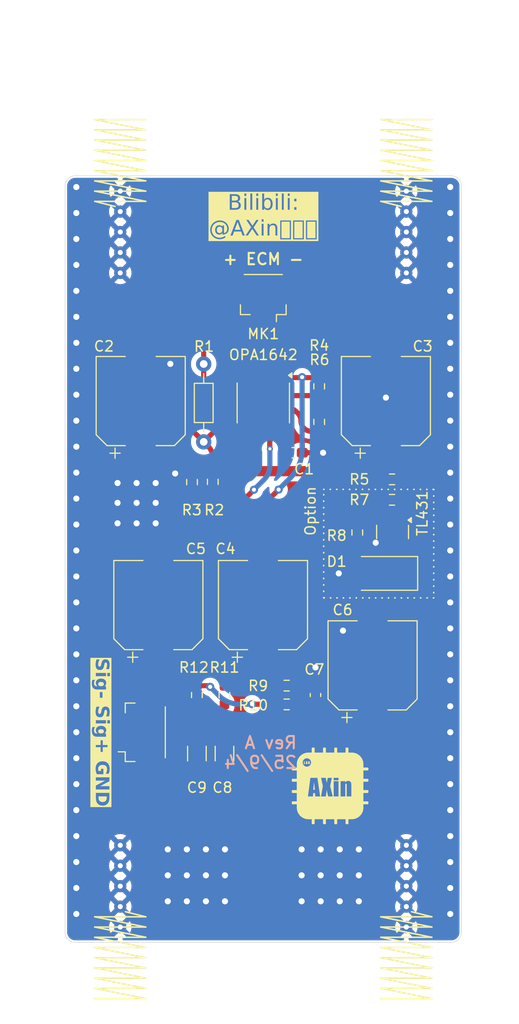
<source format=kicad_pcb>
(kicad_pcb (version 20241229) (generator "pcbnew") (generator_version "9.0")
  (title_block (title "OPA_Alice_ECM_Microphone") (date "2025-09-05") (rev "V1.0") (company "AXin实验室"))
  (layers (0 "F.Cu" signal) (2 "B.Cu" signal) (13 "F.Paste" user) (15 "B.Paste" user) (5 "F.SilkS" user "F.Silkscreen") (7 "B.SilkS" user "B.Silkscreen") (1 "F.Mask" user) (3 "B.Mask" user) (25 "Edge.Cuts" user))
  (net 0 "")
  (net 1 "+12V")
  (net 2 "GNDREF")
  (net 3 "GND")
  (net 4 "Net-(C4-Pad1)")
  (net 5 "/Signal_Output_+")
  (net 6 "Net-(C5-Pad1)")
  (net 7 "/Signal_Output_-")
  (net 8 "VCC")
  (net 9 "/XLR_2")
  (net 10 "/XLR_3")
  (net 11 "Net-(U1B--)")
  (net 12 "Net-(U2-REF)")
  (net 13 "Net-(MK1-+)")
  (footprint "Diode_SMD:D_SMA" (layer "F.Cu") (at 146.2 89.6 180)
    (property "Reference" "D1")
    (property "Value" "12V")
  )
  (footprint "Resistor_SMD:R_0603_1608Metric_Pad0.98x0.95mm_HandSolder" (layer "F.Cu") (at 140.071 74.78 -90)
    (property "Reference" "R6")
    (property "Value" "2.2k")
  )
  (footprint "Resistor_SMD:R_0603_1608Metric_Pad0.98x0.95mm_HandSolder" (layer "F.Cu") (at 129.657 80.6455 90)
    (property "Reference" "R2")
    (property "Value" "47k")
  )
  (footprint "custom_connector:F5-9-0.4直筒内绕平行针_触摸弹簧" (layer "F.Cu") (at 148.6 122.2 -90)
    (property "Reference" "J2" (hide yes))
    (property "Value" "Conn_01x01_Pin")
  )
  (footprint "Resistor_SMD:R_0603_1608Metric_Pad0.98x0.95mm_HandSolder" (layer "F.Cu") (at 130.8 101.5 -90)
    (property "Reference" "R11")
    (property "Value" "47")
  )
  (footprint "Package_SO:SOIC-8_3.9x4.9mm_P1.27mm" (layer "F.Cu") (at 134.6 72.922 -90)
    (property "Reference" "U1" (hide yes))
    (property "Value" "OPA1642AIDR")
  )
  (footprint "Package_TO_SOT_SMD:SOT-23" (layer "F.Cu") (at 147.254 85.5472 -90)
    (property "Reference" "TL431")
    (property "Value" "TL431DBZ")
  )
  (footprint "Resistor_THT:R_Axial_DIN0204_L3.6mm_D1.6mm_P7.62mm_Horizontal" (layer "F.Cu") (at 128.768 69.112 -90)
    (property "Reference" "R1")
    (property "Value" "1G")
  )
  (footprint "Resistor_SMD:R_0603_1608Metric_Pad0.98x0.95mm_HandSolder" (layer "F.Cu") (at 136.8875 100.58)
    (property "Reference" "R9")
    (property "Value" "2.2k")
  )
  (footprint "Resistor_SMD:R_0603_1608Metric_Pad0.98x0.95mm_HandSolder" (layer "F.Cu") (at 140.071 71.3 -90)
    (property "Reference" "R4")
    (property "Value" "2.2k")
  )
  (footprint "Capacitor_SMD:C_0603_1608Metric_Pad1.08x0.95mm_HandSolder" (layer "F.Cu") (at 137.5575 77.796 180)
    (property "Reference" "C1")
    (property "Value" "0.1uF")
  )
  (footprint "Connector_Molex:Molex_PicoBlade_53398-0371_1x03-1MP_P1.25mm_Vertical" (layer "F.Cu") (at 122.2996 105.146 90)
    (property "Reference" "J5" (hide yes))
    (property "Value" "XLR")
  )
  (footprint "Connector_Molex:Molex_PicoBlade_53398-0271_1x02-1MP_P1.25mm_Vertical" (layer "F.Cu") (at 134.6 63.0696 180)
    (property "Reference" "MK1")
    (property "Value" "ECM")
  )
  (footprint "custom_connector:F5-9-0.4直筒内绕平行针_触摸弹簧" (layer "F.Cu") (at 120.6 54.2 90)
    (property "Reference" "J1" (hide yes))
    (property "Value" "Conn_01x01_Pin")
  )
  (footprint "Capacitor_SMD:CP_Elec_8x10.5" (layer "F.Cu") (at 145.2975 98.6 90)
    (property "Reference" "C6")
    (property "Value" "47uF")
  )
  (footprint "Resistor_SMD:R_0603_1608Metric_Pad0.98x0.95mm_HandSolder" (layer "F.Cu") (at 127.625 80.669 90)
    (property "Reference" "R3")
    (property "Value" "47k")
  )
  (footprint "Capacitor_SMD:CP_Elec_8x10.5" (layer "F.Cu") (at 124.33 92.7 90)
    (property "Reference" "C5")
    (property "Value" "47uF")
  )
  (footprint "custom_connector:F5-9-0.4直筒内绕平行针_触摸弹簧" (layer "F.Cu") (at 120.6 122.2 -90)
    (property "Reference" "J4" (hide yes))
    (property "Value" "Conn_01x01_Pin")
  )
  (footprint "Capacitor_SMD:C_0603_1608Metric_Pad1.08x0.95mm_HandSolder" (layer "F.Cu") (at 139.7095 101.5 -90)
    (property "Reference" "C7")
    (property "Value" "0.1uF")
  )
  (footprint "Resistor_SMD:R_0603_1608Metric_Pad0.98x0.95mm_HandSolder" (layer "F.Cu") (at 128.1 101.5 -90)
    (property "Reference" "R12")
    (property "Value" "47")
  )
  (footprint "Resistor_SMD:R_0603_1608Metric_Pad0.98x0.95mm_HandSolder" (layer "F.Cu") (at 147.2 80.4 180)
    (property "Reference" "R5")
    (property "Value" "200")
  )
  (footprint "Capacitor_SMD:C_1206_3216Metric_Pad1.33x1.80mm_HandSolder" (layer "F.Cu") (at 130.8 107.2265 -90)
    (property "Reference" "C8")
    (property "Value" "22nF")
  )
  (footprint "Capacitor_SMD:CP_Elec_8x10.5" (layer "F.Cu") (at 122.6 72.739 90)
    (property "Reference" "C2")
    (property "Value" "47uF")
  )
  (footprint "custom_connector:F5-9-0.4直筒内绕平行针_触摸弹簧" (layer "F.Cu") (at 148.6 54.2 90)
    (property "Reference" "J3" (hide yes))
    (property "Value" "Conn_01x01_Pin")
  )
  (footprint "Resistor_SMD:R_0603_1608Metric_Pad0.98x0.95mm_HandSolder" (layer "F.Cu") (at 143.8 85.6 -90)
    (property "Reference" "R8")
    (property "Value" "10k")
  )
  (footprint "Capacitor_SMD:C_1206_3216Metric_Pad1.33x1.80mm_HandSolder" (layer "F.Cu") (at 128.1 107.2265 -90)
    (property "Reference" "C9")
    (property "Value" "22nF")
  )
  (footprint "Capacitor_SMD:CP_Elec_8x10.5" (layer "F.Cu") (at 134.57 92.7 90)
    (property "Reference" "C4")
    (property "Value" "47uF")
  )
  (footprint "Capacitor_SMD:CP_Elec_8x10.5" (layer "F.Cu") (at 146.6 72.739 90)
    (property "Reference" "C3")
    (property "Value" "47uF")
  )
  (footprint "Resistor_SMD:R_0603_1608Metric_Pad0.98x0.95mm_HandSolder" (layer "F.Cu") (at 147.2 82.4 180)
    (property "Reference" "R7")
    (property "Value" "38k")
  )
  (footprint "Resistor_SMD:R_0603_1608Metric_Pad0.98x0.95mm_HandSolder" (layer "F.Cu") (at 136.8875 102.42)
    (property "Reference" "R10")
    (property "Value" "2.2k")
  )
  (gr_rect (start 140.5128 81.3816) (end 151.2824 91.9988) (stroke (width 0.15) (type dot)) (fill no) (layer "F.SilkS"))
  (gr_poly (pts (xy 139.067291 107.982218) (xy 139.071158 107.982306) (xy 139.078651 107.982642) (xy 139.085772 107.983164) (xy 139.092459 107.983841) (xy 139.098649 107.984642) (xy 139.104282 107.985536) (xy 139.109295 107.986492) (xy 139.113625 107.987479) (xy 139.116045 107.988036) (xy 139.118348 107.988714) (xy 139.120543 107.989508) (xy 139.122638 107.990414) (xy 139.124639 107.991429) (xy 139.126555 107.992548) (xy 139.128393 107.993769) (xy 139.130162 107.995086) (xy 139.131868 107.996496) (xy 139.133521 107.997995) (xy 139.135127 107.99958) (xy 139.136694 108.001246) (xy 139.13823 108.002989) (xy 139.139743 108.004806) (xy 139.14124 108.006693) (xy 139.142729 108.008646) (xy 139.144156 108.010693) (xy 139.145463 108.012868) (xy 139.146654 108.015174) (xy 139.147732 108.017617) (xy 139.148701 108.020199) (xy 139.149566 108.022924) (xy 139.15033 108.025796) (xy 139.150998 108.02882) (xy 139.151572 108.031999) (xy 139.152057 108.035337) (xy 139.152457 108.038837) (xy 139.152775 108.042504) (xy 139.153016 108.046342) (xy 139.153184 108.050354) (xy 139.153313 108.058917) (xy 139.153282 108.061861) (xy 139.153189 108.064735) (xy 139.153034 108.067532) (xy 139.152817 108.070244) (xy 139.152538 108.072863) (xy 139.152197 108.075381) (xy 139.151793 108.07779) (xy 139.151328 108.080083) (xy 139.150801 108.082252) (xy 139.150212 108.08429) (xy 139.149561 108.086187) (xy 139.148848 108.087938) (xy 139.148073 108.089534) (xy 139.147236 108.090966) (xy 139.146794 108.091619) (xy 139.146336 108.092228) (xy 139.145864 108.092793) (xy 139.145375 108.093312) (xy 139.144351 108.094304) (xy 139.143256 108.095292) (xy 139.142085 108.096271) (xy 139.140828 108.09724) (xy 139.139478 108.098193) (xy 139.138027 108.099126) (xy 139.136467 108.100036) (xy 139.134792 108.100919) (xy 139.132992 108.101771) (xy 139.131061 108.102588) (xy 139.12899 108.103367) (xy 139.126772 108.104102) (xy 139.124398 108.104792) (xy 139.121862 108.105431) (xy 139.119156 108.106015) (xy 139.116271 108.106542) (xy 139.117984 108.106805) (xy 139.119651 108.107098) (xy 139.121273 108.107421) (xy 139.122849 108.107771) (xy 139.124381 108.108149) (xy 139.125869 108.108553) (xy 139.127314 108.108982) (xy 139.128715 108.109435) (xy 139.130073 108.109912) (xy 139.13139 108.110411) (xy 139.132664 108.110931) (xy 139.133898 108.111472) (xy 139.135091 108.112031) (xy 139.136243 108.11261) (xy 139.137356 108.113205) (xy 139.13843 108.113818) (xy 139.139465 108.114445) (xy 139.140461 108.115088) (xy 139.14142 108.115743) (xy 139.142342 108.116412) (xy 139.144075 108.117782) (xy 139.145665 108.119192) (xy 139.147115 108.120632) (xy 139.148429 108.122096) (xy 139.149612 108.123575) (xy 139.150667 108.125062) (xy 139.151628 108.126613) (xy 139.152527 108.128287) (xy 139.153364 108.130085) (xy 139.15414 108.132008) (xy 139.154853 108.134054) (xy 139.155504 108.136225) (xy 139.156093 108.138519) (xy 139.15662 108.140937) (xy 139.157085 108.14348) (xy 139.157488 108.146146) (xy 139.157829 108.148937) (xy 139.158108 108.151851) (xy 139.158325 108.15489) (xy 139.15848 108.158053) (xy 139.158573 108.161339) (xy 139.158604 108.16475) (xy 139.155958 108.16475) (xy 139.155958 108.191208) (xy 139.155948 108.197905) (xy 139.155876 108.204107) (xy 139.155797 108.207021) (xy 139.155679 108.209812) (xy 139.155515 108.212478) (xy 139.155297 108.215021) (xy 139.155017 108.217439) (xy 139.154667 108.219733) (xy 139.154239 108.221904) (xy 139.153726 108.22395) (xy 139.15312 108.225873) (xy 139.152414 108.227671) (xy 139.151598 108.229345) (xy 139.150667 108.230896) (xy 139.149644 108.232383) (xy 139.148564 108.233862) (xy 139.147429 108.235326) (xy 139.146243 108.236766) (xy 139.145012 108.238176) (xy 139.143737 108.239546) (xy 139.142424 108.24087) (xy 139.141076 108.24214) (xy 139.139697 108.243348) (xy 139.13829 108.244486) (xy 139.136861 108.245547) (xy 139.135412 108.246523) (xy 139.133948 108.247405) (xy 139.132472 108.248187) (xy 139.130988 108.24886) (xy 139.1295 108.249416) (xy 139.127888 108.250348) (xy 139.126028 108.251163) (xy 139.123919 108.25187) (xy 139.121563 108.252476) (xy 139.118958 108.252989) (xy 139.116106 108.253416) (xy 139.109656 108.254047) (xy 139.102215 108.254429) (xy 139.093781 108.254625) (xy 139.073938 108.254708) (xy 138.991917 108.254708) (xy 138.991917 108.209729) (xy 139.063354 108.209729) (xy 139.065307 108.209699) (xy 139.067189 108.20961) (xy 139.068994 108.209467) (xy 139.070713 108.209274) (xy 139.07234 108.209035) (xy 139.073865 108.208752) (xy 139.075283 108.208431) (xy 139.076584 108.208075) (xy 139.077188 108.207886) (xy 139.077761 108.207688) (xy 139.0783 108.207485) (xy 139.078806 108.207274) (xy 139.079276 108.207058) (xy 139.079711 108.206837) (xy 139.080109 108.206611) (xy 139.08047 108.20638) (xy 139.080791 108.206146) (xy 139.081073 108.205908) (xy 139.081314 108.205668) (xy 139.081514 108.205424) (xy 139.08167 108.205179) (xy 139.081784 108.204933) (xy 139.081852 108.204685) (xy 139.081875 108.204437) (xy 139.082356 108.204144) (xy 139.082807 108.203764) (xy 139.083228 108.203303) (xy 139.083622 108.202768) (xy 139.083988 108.202166) (xy 139.084329 108.201502) (xy 139.084644 108.200782) (xy 139.084935 108.200014) (xy 139.085447 108.198356) (xy 139.085875 108.196577) (xy 139.086225 108.194729) (xy 139.086506 108.192862) (xy 139.086724 108.191025) (xy 139.086888 108.18927) (xy 139.087084 108.186206) (xy 139.087167 108.183271) (xy 139.084521 108.185916) (xy 139.084521 108.159458) (xy 139.084491 108.157476) (xy 139.084407 108.15551) (xy 139.084277 108.153575) (xy 139.084108 108.151686) (xy 139.083907 108.149859) (xy 139.083684 108.14811) (xy 139.083445 108.146454) (xy 139.083198 108.144906) (xy 139.082712 108.142198) (xy 139.082289 108.140111) (xy 139.081875 108.138292) (xy 139.081589 108.137811) (xy 139.081231 108.13736) (xy 139.080806 108.136938) (xy 139.08032 108.136545) (xy 139.079777 108.136178) (xy 139.079184 108.135838) (xy 139.078544 108.135523) (xy 139.077865 108.135232) (xy 139.076407 108.134719) (xy 139.074852 108.134292) (xy 139.073243 108.133942) (xy 139.071623 108.133661) (xy 139.070033 108.133443) (xy 139.068517 108.133279) (xy 139.065876 108.133083) (xy 139.063354 108.133) (xy 139.063354 108.209729) (xy 138.991917 108.209729) (xy 138.991917 108.088021) (xy 139.063354 108.088021) (xy 139.071292 108.088021) (xy 139.072028 108.088006) (xy 139.072749 108.087961) (xy 139.073452 108.08789) (xy 139.074139 108.087793) (xy 139.074809 108.087674) (xy 139.07546 108.087532) (xy 139.076093 108.087372) (xy 139.076708 108.087194) (xy 139.077302 108.087) (xy 139.077877 108.086793) (xy 139.078432 108.086575) (xy 139.078966 108.086346) (xy 139.079478 108.08611) (xy 139.079969 108.085868) (xy 139.080437 108.085623) (xy 139.080883 108.085375) (xy 139.081704 108.084881) (xy 139.082428 108.084403) (xy 139.083051 108.083956) (xy 139.08357 108.083556) (xy 139.08398 108.083217) (xy 139.084278 108.082956) (xy 139.084521 108.082729) (xy 139.081875 108.080083) (xy 139.082341 108.079495) (xy 139.082748 108.078724) (xy 139.083102 108.077775) (xy 139.083405 108.076652) (xy 139.083661 108.075358) (xy 139.083875 108.073898) (xy 139.08419 108.070492) (xy 139.084381 108.066466) (xy 139.08448 108.061852) (xy 139.084521 108.050979) (xy 139.084521 108.032458) (xy 139.084506 108.03221) (xy 139.084461 108.031963) (xy 139.08439 108.031716) (xy 139.084294 108.031471) (xy 139.084174 108.031228) (xy 139.084033 108.030987) (xy 139.083872 108.03075) (xy 139.083694 108.030515) (xy 139.083501 108.030285) (xy 139.083294 108.030058) (xy 139.083075 108.029837) (xy 139.082847 108.029621) (xy 139.082369 108.029207) (xy 139.081875 108.02882) (xy 139.081382 108.028464) (xy 139.080904 108.028143) (xy 139.080457 108.027861) (xy 139.080056 108.027621) (xy 139.079457 108.027285) (xy 139.079229 108.027167) (xy 139.063354 108.027167) (xy 139.063354 108.088021) (xy 138.991917 108.088021) (xy 138.991917 107.982187) (xy 139.063354 107.982187)) (fill yes) (layer "F.SilkS"))
  (gr_poly (pts (xy 139.549089 106.640858) (xy 139.55323 106.641177) (xy 139.557314 106.641703) (xy 139.561335 106.642429) (xy 139.565288 106.643352) (xy 139.569169 106.644465) (xy 139.57297 106.645763) (xy 139.576688 106.647241) (xy 139.580317 106.648893) (xy 139.583851 106.650714) (xy 139.587286 106.652699) (xy 139.590615 106.654842) (xy 139.593834 106.657139) (xy 139.596937 106.659583) (xy 139.599919 106.662169) (xy 139.602774 106.664893) (xy 139.605498 106.667749) (xy 139.608085 106.670731) (xy 139.610529 106.673834) (xy 139.612825 106.677053) (xy 139.614969 106.680382) (xy 139.616954 106.683816) (xy 139.618775 106.687351) (xy 139.620427 106.690979) (xy 139.621905 106.694697) (xy 139.623203 106.698499) (xy 139.624316 106.702379) (xy 139.625238 106.706333) (xy 139.625965 106.710354) (xy 139.626491 106.714437) (xy 139.62681 106.718578) (xy 139.626918 106.722771) (xy 139.626918 107.130229) (xy 140.44448 107.130229) (xy 140.44448 106.722771) (xy 140.444588 106.718578) (xy 140.444907 106.714437) (xy 140.445433 106.710354) (xy 140.44616 106.706333) (xy 140.447082 106.702379) (xy 140.448195 106.698499) (xy 140.449493 106.694697) (xy 140.450971 106.690979) (xy 140.452623 106.687351) (xy 140.454444 106.683816) (xy 140.456429 106.680382) (xy 140.458572 106.677053) (xy 140.460869 106.673834) (xy 140.463313 106.670731) (xy 140.4659 106.667749) (xy 140.468623 106.664893) (xy 140.471479 106.662169) (xy 140.474461 106.659583) (xy 140.477564 106.657139) (xy 140.480783 106.654842) (xy 140.484112 106.652699) (xy 140.487547 106.650714) (xy 140.491081 106.648893) (xy 140.49471 106.647241) (xy 140.498428 106.645763) (xy 140.502229 106.644465) (xy 140.506109 106.643352) (xy 140.510063 106.642429) (xy 140.514084 106.641703) (xy 140.518168 106.641177) (xy 140.522308 106.640858) (xy 140.526501 106.64075) (xy 140.648209 106.64075) (xy 140.652402 106.640858) (xy 140.656543 106.641177) (xy 140.660627 106.641703) (xy 140.664648 106.642429) (xy 140.668601 106.643352) (xy 140.672481 106.644465) (xy 140.676283 106.645763) (xy 140.680001 106.647241) (xy 140.683629 106.648893) (xy 140.687164 106.650714) (xy 140.690598 106.652699) (xy 140.693928 106.654842) (xy 140.697146 106.657139) (xy 140.70025 106.659583) (xy 140.703232 106.662169) (xy 140.706087 106.664893) (xy 140.708811 106.667749) (xy 140.711397 106.670731) (xy 140.713842 106.673834) (xy 140.716138 106.677053) (xy 140.718282 106.680382) (xy 140.720266 106.683816) (xy 140.722088 106.687351) (xy 140.72374 106.690979) (xy 140.725218 106.694697) (xy 140.726515 106.698499) (xy 140.727628 106.702379) (xy 140.728551 106.706333) (xy 140.729278 106.710354) (xy 140.729803 106.714437) (xy 140.730123 106.718578) (xy 140.73023 106.722771) (xy 140.73023 107.130229) (xy 141.547793 107.130229) (xy 141.547793 106.722771) (xy 141.5479 106.718578) (xy 141.54822 106.714437) (xy 141.548745 106.710354) (xy 141.549472 106.706333) (xy 141.550395 106.702379) (xy 141.551508 106.698499) (xy 141.552806 106.694697) (xy 141.554283 106.690979) (xy 141.555935 106.687351) (xy 141.557757 106.683816) (xy 141.559742 106.680382) (xy 141.561885 106.677053) (xy 141.564181 106.673834) (xy 141.566626 106.670731) (xy 141.569212 106.667749) (xy 141.571936 106.664893) (xy 141.574792 106.662169) (xy 141.577774 106.659583) (xy 141.580877 106.657139) (xy 141.584096 106.654842) (xy 141.587425 106.652699) (xy 141.590859 106.650714) (xy 141.594394 106.648893) (xy 141.598022 106.647241) (xy 141.60174 106.645763) (xy 141.605542 106.644465) (xy 141.609422 106.643352) (xy 141.613376 106.642429) (xy 141.617397 106.641703) (xy 141.62148 106.641177) (xy 141.625621 106.640858) (xy 141.629814 106.64075) (xy 141.751522 106.64075) (xy 141.755715 106.640858) (xy 141.759855 106.641177) (xy 141.763939 106.641703) (xy 141.76796 106.642429) (xy 141.771913 106.643352) (xy 141.775794 106.644465) (xy 141.779595 106.645763) (xy 141.783313 106.647241) (xy 141.786942 106.648893) (xy 141.790476 106.650714) (xy 141.793911 106.652699) (xy 141.79724 106.654842) (xy 141.800459 106.657139) (xy 141.803562 106.659583) (xy 141.806544 106.662169) (xy 141.809399 106.664893) (xy 141.812123 106.667749) (xy 141.81471 106.670731) (xy 141.817154 106.673834) (xy 141.81945 106.677053) (xy 141.821594 106.680382) (xy 141.823579 106.683816) (xy 141.8254 106.687351) (xy 141.827052 106.690979) (xy 141.82853 106.694697) (xy 141.829828 106.698499) (xy 141.830941 106.702379) (xy 141.831863 106.706333) (xy 141.83259 106.710354) (xy 141.833116 106.714437) (xy 141.833435 106.718578) (xy 141.833543 106.722771) (xy 141.833543 107.130229) (xy 142.651105 107.130229) (xy 142.651105 106.722771) (xy 142.651213 106.718578) (xy 142.651532 106.714437) (xy 142.652058 106.710354) (xy 142.652785 106.706333) (xy 142.653707 106.702379) (xy 142.65482 106.698499) (xy 142.656118 106.694697) (xy 142.657596 106.690979) (xy 142.659248 106.687351) (xy 142.661069 106.683816) (xy 142.663054 106.680382) (xy 142.665197 106.677053) (xy 142.667494 106.673834) (xy 142.669938 106.670731) (xy 142.672525 106.667749) (xy 142.675248 106.664893) (xy 142.678104 106.662169) (xy 142.681086 106.659583) (xy 142.684189 106.657139) (xy 142.687408 106.654842) (xy 142.690737 106.652699) (xy 142.694171 106.650714) (xy 142.697706 106.648893) (xy 142.701334 106.647241) (xy 142.705052 106.645763) (xy 142.708854 106.644465) (xy 142.712734 106.643352) (xy 142.716688 106.642429) (xy 142.720709 106.641703) (xy 142.724792 106.641177) (xy 142.728933 106.640858) (xy 142.733126 106.64075) (xy 142.854834 106.64075) (xy 142.859027 106.640858) (xy 142.863167 106.641177) (xy 142.867251 106.641703) (xy 142.871272 106.642429) (xy 142.875225 106.643352) (xy 142.879106 106.644465) (xy 142.882907 106.645763) (xy 142.886625 106.647241) (xy 142.890254 106.648893) (xy 142.893788 106.650714) (xy 142.897223 106.652699) (xy 142.900552 106.654842) (xy 142.903771 106.657139) (xy 142.906874 106.659583) (xy 142.909856 106.662169) (xy 142.912711 106.664893) (xy 142.915435 106.667749) (xy 142.918022 106.670731) (xy 142.920466 106.673834) (xy 142.922763 106.677053) (xy 142.924906 106.680382) (xy 142.926891 106.683816) (xy 142.928712 106.687351) (xy 142.930364 106.690979) (xy 142.931842 106.694697) (xy 142.93314 106.698499) (xy 142.934253 106.702379) (xy 142.935175 106.706333) (xy 142.935902 106.710354) (xy 142.936428 106.714437) (xy 142.936747 106.718578) (xy 142.936855 106.722771) (xy 142.936855 107.130229) (xy 143.259646 107.130229) (xy 143.31832 107.131713) (xy 143.376225 107.136118) (xy 143.433289 107.143371) (xy 143.489441 107.153401) (xy 143.544607 107.166136) (xy 143.598718 107.181505) (xy 143.651701 107.199436) (xy 143.703484 107.219857) (xy 143.753996 107.242696) (xy 143.803166 107.267882) (xy 143.85092 107.295343) (xy 143.897188 107.325008) (xy 143.941898 107.356804) (xy 143.984979 107.39066) (xy 144.026358 107.426505) (xy 144.065963 107.464266) (xy 144.103724 107.503871) (xy 144.139569 107.54525) (xy 144.173425 107.588331) (xy 144.205221 107.633041) (xy 144.234886 107.679309) (xy 144.262347 107.727063) (xy 144.287533 107.776233) (xy 144.310372 107.826745) (xy 144.330793 107.878528) (xy 144.348724 107.931511) (xy 144.364093 107.985622) (xy 144.376828 108.040788) (xy 144.386858 108.09694) (xy 144.394111 108.154004) (xy 144.398516 108.211909) (xy 144.4 108.270583) (xy 144.4 108.593375) (xy 144.815396 108.593375) (xy 144.8191 108.593467) (xy 144.822768 108.593742) (xy 144.826394 108.594195) (xy 144.829974 108.594822) (xy 144.833501 108.595619) (xy 144.83697 108.596584) (xy 144.840377 108.597711) (xy 144.843715 108.598997) (xy 144.846979 108.600438) (xy 144.850164 108.602031) (xy 144.853266 108.60377) (xy 144.856277 108.605653) (xy 144.859194 108.607676) (xy 144.86201 108.609834) (xy 144.864721 108.612124) (xy 144.86732 108.614541) (xy 144.869804 108.617083) (xy 144.872166 108.619745) (xy 144.874401 108.622524) (xy 144.876503 108.625414) (xy 144.878468 108.628413) (xy 144.88029 108.631517) (xy 144.881964 108.634722) (xy 144.883485 108.638023) (xy 144.884846 108.641418) (xy 144.886043 108.644901) (xy 144.887071 108.64847) (xy 144.887924 108.652121) (xy 144.888596 108.655848) (xy 144.889083 108.65965) (xy 144.889379 108.663521) (xy 144.889479 108.667458) (xy 144.889479 108.797104) (xy 144.889371 108.801297) (xy 144.889052 108.805437) (xy 144.888526 108.809521) (xy 144.8878 108.813542) (xy 144.886877 108.817496) (xy 144.885764 108.821376) (xy 144.884466 108.825177) (xy 144.882988 108.828895) (xy 144.881336 108.832524) (xy 144.879515 108.836058) (xy 144.87753 108.839493) (xy 144.875387 108.842822) (xy 144.873091 108.846041) (xy 144.870646 108.849144) (xy 144.86806 108.852126) (xy 144.865336 108.854982) (xy 144.862481 108.857705) (xy 144.859499 108.860292) (xy 144.856395 108.862736) (xy 144.853177 108.865033) (xy 144.849847 108.867176) (xy 144.846413 108.869161) (xy 144.842879 108.870982) (xy 144.83925 108.872634) (xy 144.835532 108.874112) (xy 144.83173 108.87541) (xy 144.82785 108.876523) (xy 144.823897 108.877445) (xy 144.819876 108.878172) (xy 144.815792 108.878698) (xy 144.811651 108.879017) (xy 144.807459 108.879125) (xy 144.4 108.879125) (xy 144.4 109.696688) (xy 144.815396 109.696688) (xy 144.8191 109.69678) (xy 144.822768 109.697055) (xy 144.826394 109.697508) (xy 144.829974 109.698135) (xy 144.833501 109.698933) (xy 144.83697 109.699897) (xy 144.840377 109.701024) (xy 144.843715 109.70231) (xy 144.846979 109.703752) (xy 144.850164 109.705344) (xy 144.853266 109.707083) (xy 144.856277 109.708966) (xy 144.859194 109.710989) (xy 144.86201 109.713147) (xy 144.864721 109.715437) (xy 144.86732 109.717855) (xy 144.869804 109.720396) (xy 144.872166 109.723058) (xy 144.874401 109.725837) (xy 144.876503 109.728727) (xy 144.878468 109.731726) (xy 144.88029 109.73483) (xy 144.881964 109.738035) (xy 144.883485 109.741336) (xy 144.884846 109.744731) (xy 144.886043 109.748214) (xy 144.887071 109.751783) (xy 144.887924 109.755434) (xy 144.888596 109.759161) (xy 144.889083 109.762963) (xy 144.889379 109.766834) (xy 144.889479 109.770771) (xy 144.889479 109.900417) (xy 144.889371 109.90461) (xy 144.889052 109.90875) (xy 144.888526 109.912834) (xy 144.8878 109.916855) (xy 144.886877 109.920809) (xy 144.885764 109.924689) (xy 144.884466 109.92849) (xy 144.882988 109.932208) (xy 144.881336 109.935837) (xy 144.879515 109.939371) (xy 144.87753 109.942806) (xy 144.875387 109.946135) (xy 144.873091 109.949354) (xy 144.870646 109.952457) (xy 144.86806 109.955439) (xy 144.865336 109.958295) (xy 144.862481 109.961018) (xy 144.859499 109.963605) (xy 144.856395 109.966049) (xy 144.853177 109.968346) (xy 144.849847 109.970489) (xy 144.846413 109.972474) (xy 144.842879 109.974295) (xy 144.83925 109.975947) (xy 144.835532 109.977425) (xy 144.83173 109.978723) (xy 144.82785 109.979836) (xy 144.823897 109.980758) (xy 144.819876 109.981485) (xy 144.815792 109.982011) (xy 144.811651 109.98233) (xy 144.807459 109.982438) (xy 144.4 109.982438) (xy 144.4 110.8) (xy 144.815396 110.8) (xy 144.8191 110.800093) (xy 144.822768 110.800367) (xy 144.826394 110.80082) (xy 144.829974 110.801447) (xy 144.833501 110.802245) (xy 144.83697 110.803209) (xy 144.840377 110.804337) (xy 144.843715 110.805623) (xy 144.846979 110.807064) (xy 144.850164 110.808656) (xy 144.853266 110.810396) (xy 144.856277 110.812279) (xy 144.859194 110.814301) (xy 144.86201 110.816459) (xy 144.864721 110.818749) (xy 144.86732 110.821167) (xy 144.869804 110.823709) (xy 144.872166 110.826371) (xy 144.874401 110.829149) (xy 144.876503 110.83204) (xy 144.878468 110.835039) (xy 144.88029 110.838143) (xy 144.881964 110.841347) (xy 144.883485 110.844649) (xy 144.884846 110.848043) (xy 144.886043 110.851527) (xy 144.887071 110.855096) (xy 144.887924 110.858746) (xy 144.888596 110.862474) (xy 144.889083 110.866275) (xy 144.889379 110.870147) (xy 144.889479 110.874084) (xy 144.889479 111.003729) (xy 144.889371 111.007922) (xy 144.889052 111.012063) (xy 144.888526 111.016147) (xy 144.8878 111.020168) (xy 144.886877 111.024121) (xy 144.885764 111.028001) (xy 144.884466 111.031803) (xy 144.882988 111.035521) (xy 144.881336 111.039149) (xy 144.879515 111.042684) (xy 144.87753 111.046118) (xy 144.875387 111.049447) (xy 144.873091 111.052666) (xy 144.870646 111.055769) (xy 144.86806 111.058751) (xy 144.865336 111.061607) (xy 144.862481 111.064331) (xy 144.859499 111.066917) (xy 144.856395 111.069362) (xy 144.853177 111.071658) (xy 144.849847 111.073801) (xy 144.846413 111.075786) (xy 144.842879 111.077608) (xy 144.83925 111.07926) (xy 144.835532 111.080737) (xy 144.83173 111.082035) (xy 144.82785 111.083148) (xy 144.823897 111.084071) (xy 144.819876 111.084797) (xy 144.815792 111.085323) (xy 144.811651 111.085643) (xy 144.807459 111.08575) (xy 144.4 111.08575) (xy 144.4 111.903313) (xy 144.815396 111.903313) (xy 144.8191 111.903405) (xy 144.822768 111.90368) (xy 144.826394 111.904132) (xy 144.829974 111.90476) (xy 144.833501 111.905557) (xy 144.83697 111.906522) (xy 144.840377 111.907649) (xy 144.843715 111.908935) (xy 144.846979 111.910376) (xy 144.850164 111.911969) (xy 144.853266 111.913708) (xy 144.856277 111.915591) (xy 144.859194 111.917614) (xy 144.86201 111.919772) (xy 144.864721 111.922062) (xy 144.86732 111.924479) (xy 144.869804 111.927021) (xy 144.872166 111.929683) (xy 144.874401 111.932462) (xy 144.876503 111.935352) (xy 144.878468 111.938351) (xy 144.88029 111.941455) (xy 144.881964 111.94466) (xy 144.883485 111.947961) (xy 144.884846 111.951356) (xy 144.886043 111.954839) (xy 144.887071 111.958408) (xy 144.887924 111.962059) (xy 144.888596 111.965786) (xy 144.889083 111.969588) (xy 144.889379 111.973459) (xy 144.889479 111.977396) (xy 144.889479 112.107042) (xy 144.889371 112.111235) (xy 144.889052 112.115375) (xy 144.888526 112.119459) (xy 144.8878 112.12348) (xy 144.886877 112.127433) (xy 144.885764 112.131314) (xy 144.884466 112.135115) (xy 144.882988 112.138833) (xy 144.881336 112.142462) (xy 144.879515 112.145996) (xy 144.87753 112.149431) (xy 144.875387 112.15276) (xy 144.873091 112.155979) (xy 144.870646 112.159082) (xy 144.86806 112.162064) (xy 144.865336 112.164919) (xy 144.862481 112.167643) (xy 144.859499 112.17023) (xy 144.856395 112.172674) (xy 144.853177 112.174971) (xy 144.849847 112.177114) (xy 144.846413 112.179099) (xy 144.842879 112.18092) (xy 144.83925 112.182572) (xy 144.835532 112.18405) (xy 144.83173 112.185348) (xy 144.82785 112.186461) (xy 144.823897 112.187383) (xy 144.819876 112.18811) (xy 144.815792 112.188636) (xy 144.811651 112.188955) (xy 144.807459 112.189063) (xy 144.4 112.189063) (xy 144.4 112.511854) (xy 144.398516 112.570528) (xy 144.394111 112.628433) (xy 144.386858 112.685497) (xy 144.376828 112.741649) (xy 144.364093 112.796815) (xy 144.348724 112.850926) (xy 144.330793 112.903909) (xy 144.310372 112.955692) (xy 144.287533 113.006204) (xy 144.262347 113.055374) (xy 144.234886 113.103128) (xy 144.205221 113.149396) (xy 144.173425 113.194106) (xy 144.139569 113.237187) (xy 144.103724 113.278566) (xy 144.065963 113.318171) (xy 144.026358 113.355932) (xy 143.984979 113.391777) (xy 143.941898 113.425633) (xy 143.897188 113.457429) (xy 143.85092 113.487094) (xy 143.803166 113.514555) (xy 143.753996 113.539741) (xy 143.703484 113.56258) (xy 143.651701 113.583001) (xy 143.598718 113.600932) (xy 143.544607 113.616301) (xy 143.489441 113.629036) (xy 143.433289 113.639066) (xy 143.376225 113.646319) (xy 143.31832 113.650724) (xy 143.259646 113.652208) (xy 142.936855 113.652208) (xy 142.936855 114.059667) (xy 142.936747 114.063859) (xy 142.936428 114.068) (xy 142.935902 114.072084) (xy 142.935175 114.076105) (xy 142.934253 114.080058) (xy 142.93314 114.083938) (xy 142.931842 114.08774) (xy 142.930364 114.091458) (xy 142.928712 114.095087) (xy 142.926891 114.098621) (xy 142.924906 114.102055) (xy 142.922763 114.105385) (xy 142.920466 114.108603) (xy 142.918022 114.111707) (xy 142.915435 114.114689) (xy 142.912711 114.117544) (xy 142.909856 114.120268) (xy 142.906874 114.122854) (xy 142.903771 114.125299) (xy 142.900552 114.127595) (xy 142.897223 114.129738) (xy 142.893788 114.131723) (xy 142.890254 114.133544) (xy 142.886625 114.135196) (xy 142.882907 114.136674) (xy 142.879106 114.137972) (xy 142.875225 114.139085) (xy 142.871272 114.140008) (xy 142.867251 114.140734) (xy 142.863167 114.14126) (xy 142.859027 114.141579) (xy 142.854834 114.141687) (xy 142.741063 114.141687) (xy 142.736382 114.141572) (xy 142.731768 114.141229) (xy 142.727227 114.140665) (xy 142.722764 114.139883) (xy 142.718385 114.138891) (xy 142.714094 114.137693) (xy 142.709897 114.136294) (xy 142.705799 114.1347) (xy 142.701806 114.132917) (xy 142.697923 114.130948) (xy 142.694155 114.1288) (xy 142.690508 114.126479) (xy 142.686987 114.123988) (xy 142.683597 114.121335) (xy 142.680344 114.118524) (xy 142.677232 114.11556) (xy 142.674268 114.112448) (xy 142.671457 114.109195) (xy 142.668803 114.105805) (xy 142.666313 114.102284) (xy 142.663991 114.098637) (xy 142.661844 114.094869) (xy 142.659875 114.090986) (xy 142.658091 114.086993) (xy 142.656497 114.082895) (xy 142.655099 114.078698) (xy 142.653901 114.074407) (xy 142.652908 114.070027) (xy 142.652127 114.065564) (xy 142.651563 114.061023) (xy 142.65122 114.05641) (xy 142.651105 114.051729) (xy 142.651105 113.652208) (xy 141.833542 113.652208) (xy 141.833542 114.059667) (xy 141.833435 114.063859) (xy 141.833115 114.068) (xy 141.832589 114.072084) (xy 141.831863 114.076105) (xy 141.83094 114.080058) (xy 141.829827 114.083938) (xy 141.828529 114.08774) (xy 141.827052 114.091458) (xy 141.8254 114.095087) (xy 141.823578 114.098621) (xy 141.821593 114.102055) (xy 141.81945 114.105385) (xy 141.817154 114.108603) (xy 141.814709 114.111707) (xy 141.812123 114.114689) (xy 141.809399 114.117544) (xy 141.806543 114.120268) (xy 141.803561 114.122854) (xy 141.800458 114.125299) (xy 141.797239 114.127595) (xy 141.79391 114.129738) (xy 141.790476 114.131723) (xy 141.786941 114.133544) (xy 141.783313 114.135196) (xy 141.779595 114.136674) (xy 141.775793 114.137972) (xy 141.771913 114.139085) (xy 141.76796 114.140008) (xy 141.763939 114.140734) (xy 141.759855 114.14126) (xy 141.755714 114.141579) (xy 141.751521 114.141687) (xy 141.63775 114.141687) (xy 141.633069 114.141572) (xy 141.628456 114.141229) (xy 141.623915 114.140665) (xy 141.619452 114.139883) (xy 141.615072 114.138891) (xy 141.610781 114.137693) (xy 141.606584 114.136294) (xy 141.602487 114.1347) (xy 141.598494 114.132917) (xy 141.59461 114.130948) (xy 141.590843 114.1288) (xy 141.587196 114.126479) (xy 141.583674 114.123988) (xy 141.580284 114.121335) (xy 141.577031 114.118524) (xy 141.57392 114.11556) (xy 141.570956 114.112448) (xy 141.568144 114.109195) (xy 141.565491 114.105805) (xy 141.563001 114.102284) (xy 141.560679 114.098637) (xy 141.558531 114.094869) (xy 141.556563 114.090986) (xy 141.554779 114.086993) (xy 141.553185 114.082895) (xy 141.551786 114.078698) (xy 141.550588 114.074407) (xy 141.549596 114.070027) (xy 141.548815 114.065564) (xy 141.54825 114.061023) (xy 141.547908 114.05641) (xy 141.547792 114.051729) (xy 141.547792 113.652208) (xy 140.73023 113.652208) (xy 140.73023 114.059667) (xy 140.730122 114.063859) (xy 140.729803 114.068) (xy 140.729277 114.072084) (xy 140.72855 114.076105) (xy 140.727628 114.080058) (xy 140.726515 114.083938) (xy 140.725217 114.08774) (xy 140.723739 114.091458) (xy 140.722087 114.095087) (xy 140.720266 114.098621) (xy 140.718281 114.102055) (xy 140.716138 114.105385) (xy 140.713841 114.108603) (xy 140.711397 114.111707) (xy 140.70881 114.114689) (xy 140.706087 114.117544) (xy 140.703231 114.120268) (xy 140.700249 114.122854) (xy 140.697146 114.125299) (xy 140.693927 114.127595) (xy 140.690598 114.129738) (xy 140.687163 114.131723) (xy 140.683629 114.133544) (xy 140.68 114.135196) (xy 140.676282 114.136674) (xy 140.672481 114.137972) (xy 140.668601 114.139085) (xy 140.664647 114.140008) (xy 140.660626 114.140734) (xy 140.656542 114.14126) (xy 140.652402 114.141579) (xy 140.648209 114.141687) (xy 140.534438 114.141687) (xy 140.529757 114.141572) (xy 140.525143 114.141229) (xy 140.520602 114.140665) (xy 140.516139 114.139883) (xy 140.51176 114.138891) (xy 140.507469 114.137693) (xy 140.503272 114.136294) (xy 140.499174 114.1347) (xy 140.495181 114.132917) (xy 140.491298 114.130948) (xy 140.48753 114.1288) (xy 140.483883 114.126479) (xy 140.480362 114.123988) (xy 140.476972 114.121335) (xy 140.473718 114.118524) (xy 140.470607 114.11556) (xy 140.467643 114.112448) (xy 140.464832 114.109195) (xy 140.462178 114.105805) (xy 140.459688 114.102284) (xy 140.457366 114.098637) (xy 140.455219 114.094869) (xy 140.45325 114.090986) (xy 140.451466 114.086993) (xy 140.449872 114.082895) (xy 140.448473 114.078698) (xy 140.447275 114.074407) (xy 140.446283 114.070027) (xy 140.445502 114.065564) (xy 140.444938 114.061023) (xy 140.444595 114.05641) (xy 140.44448 114.051729) (xy 140.44448 113.652208) (xy 139.626917 113.652208) (xy 139.626917 114.059667) (xy 139.62681 114.063859) (xy 139.62649 114.068) (xy 139.625964 114.072084) (xy 139.625238 114.076105) (xy 139.624315 114.080058) (xy 139.623202 114.083938) (xy 139.621904 114.08774) (xy 139.620427 114.091458) (xy 139.618774 114.095087) (xy 139.616953 114.098621) (xy 139.614968 114.102055) (xy 139.612825 114.105385) (xy 139.610528 114.108603) (xy 139.608084 114.111707) (xy 139.605498 114.114689) (xy 139.602774 114.117544) (xy 139.599918 114.120268) (xy 139.596936 114.122854) (xy 139.593833 114.125299) (xy 139.590614 114.127595) (xy 139.587285 114.129738) (xy 139.583851 114.131723) (xy 139.580316 114.133544) (xy 139.576688 114.135196) (xy 139.57297 114.136674) (xy 139.569168 114.137972) (xy 139.565288 114.139085) (xy 139.561334 114.140008) (xy 139.557313 114.140734) (xy 139.55323 114.14126) (xy 139.549089 114.141579) (xy 139.544896 114.141687) (xy 139.431125 114.141687) (xy 139.426444 114.141572) (xy 139.421831 114.141229) (xy 139.41729 114.140665) (xy 139.412827 114.139883) (xy 139.408447 114.138891) (xy 139.404156 114.137693) (xy 139.399959 114.136294) (xy 139.395861 114.1347) (xy 139.391868 114.132917) (xy 139.387985 114.130948) (xy 139.384217 114.1288) (xy 139.38057 114.126479) (xy 139.377049 114.123988) (xy 139.373659 114.121335) (xy 139.370406 114.118524) (xy 139.367295 114.11556) (xy 139.36433 114.112448) (xy 139.361519 114.109195) (xy 139.358866 114.105805) (xy 139.356375 114.102284) (xy 139.354054 114.098637) (xy 139.351906 114.094869) (xy 139.349937 114.090986) (xy 139.348154 114.086993) (xy 139.34656 114.082895) (xy 139.345161 114.078698) (xy 139.343963 114.074407) (xy 139.34297 114.070027) (xy 139.342189 114.065564) (xy 139.341625 114.061023) (xy 139.341282 114.05641) (xy 139.341167 114.051729) (xy 139.341167 113.652208) (xy 139.018375 113.652208) (xy 138.959701 113.650724) (xy 138.901796 113.646319) (xy 138.844732 113.639066) (xy 138.78858 113.629036) (xy 138.733414 113.616301) (xy 138.679303 113.600932) (xy 138.62632 113.583001) (xy 138.574537 113.56258) (xy 138.524025 113.539741) (xy 138.474855 113.514555) (xy 138.427101 113.487094) (xy 138.380833 113.457429) (xy 138.336123 113.425633) (xy 138.293042 113.391777) (xy 138.251663 113.355932) (xy 138.212058 113.318171) (xy 138.174297 113.278566) (xy 138.138452 113.237187) (xy 138.104596 113.194106) (xy 138.0728 113.149396) (xy 138.043135 113.103128) (xy 138.015674 113.055374) (xy 137.990488 113.006204) (xy 137.967649 112.955692) (xy 137.947228 112.903909) (xy 137.929297 112.850926) (xy 137.913928 112.796815) (xy 137.901193 112.741649) (xy 137.891163 112.685497) (xy 137.88391 112.628433) (xy 137.879505 112.570528) (xy 137.878021 112.511854) (xy 137.878021 112.189063) (xy 137.462625 112.189063) (xy 137.458921 112.18897) (xy 137.455253 112.188696) (xy 137.451627 112.188243) (xy 137.448047 112.187616) (xy 137.44452 112.186818) (xy 137.441051 112.185854) (xy 137.437645 112.184726) (xy 137.434307 112.18344) (xy 137.431042 112.181999) (xy 137.427857 112.180407) (xy 137.424756 112.178667) (xy 137.421744 112.176784) (xy 137.418828 112.174762) (xy 137.416011 112.172604) (xy 137.413301 112.170314) (xy 137.410701 112.167896) (xy 137.408217 112.165354) (xy 137.405856 112.162692) (xy 137.403621 112.159914) (xy 137.401518 112.157023) (xy 137.399553 112.154024) (xy 137.397731 112.15092) (xy 137.396057 112.147715) (xy 137.394536 112.144414) (xy 137.393175 112.141019) (xy 137.391978 112.137536) (xy 137.39095 112.133967) (xy 137.390097 112.130317) (xy 137.389425 112.126589) (xy 137.388938 112.122787) (xy 137.388642 112.118916) (xy 137.388542 112.114979) (xy 137.388542 111.985333) (xy 137.38865 111.98114) (xy 137.388969 111.977) (xy 137.389495 111.972916) (xy 137.390221 111.968895) (xy 137.391144 111.964941) (xy 137.392257 111.961061) (xy 137.393555 111.95726) (xy 137.395033 111.953542) (xy 137.396685 111.949913) (xy 137.398506 111.946379) (xy 137.400491 111.942944) (xy 137.402634 111.939615) (xy 137.404931 111.936396) (xy 137.407375 111.933293) (xy 137.409961 111.930311) (xy 137.412685 111.927456) (xy 137.415541 111.924732) (xy 137.418523 111.922145) (xy 137.421626 111.919701) (xy 137.424845 111.917405) (xy 137.428174 111.915261) (xy 137.431608 111.913276) (xy 137.435143 111.911455) (xy 137.438771 111.909803) (xy 137.442489 111.908326) (xy 137.446291 111.907028) (xy 137.450171 111.905915) (xy 137.454125 111.904992) (xy 137.458146 111.904265) (xy 137.462229 111.90374) (xy 137.46637 111.90342) (xy 137.470563 111.903313) (xy 137.878021 111.903313) (xy 137.878021 111.421771) (xy 138.97075 111.421771) (xy 139.460229 111.421771) (xy 139.489333 111.093687) (xy 139.658667 111.093687) (xy 139.685125 111.421771) (xy 140.164021 111.421771) (xy 140.256625 111.421771) (xy 140.717 111.421771) (xy 140.761979 111.125437) (xy 140.777276 111.031179) (xy 140.791083 110.938906) (xy 140.797274 110.893513) (xy 140.802907 110.848617) (xy 140.80792 110.804217) (xy 140.81225 110.760312) (xy 140.828373 110.855691) (xy 140.844992 110.947381) (xy 140.862107 111.035412) (xy 140.879719 111.119815) (xy 140.897826 111.200621) (xy 140.91643 111.277862) (xy 140.935529 111.351568) (xy 140.955125 111.421771) (xy 141.394333 111.421771) (xy 141.492229 111.421771) (xy 141.960542 111.421771) (xy 141.960542 109.932166) (xy 142.169563 109.932166) (xy 142.169563 111.421771) (xy 142.624646 111.421771) (xy 142.624646 110.413708) (xy 142.624889 110.374021) (xy 142.625597 110.338302) (xy 142.626739 110.306552) (xy 142.628284 110.27877) (xy 142.630201 110.254958) (xy 142.63129 110.24454) (xy 142.632459 110.235114) (xy 142.633707 110.226681) (xy 142.635028 110.219239) (xy 142.636418 110.21279) (xy 142.637875 110.207333) (xy 142.638665 110.204891) (xy 142.639547 110.202527) (xy 142.640517 110.20024) (xy 142.641575 110.198031) (xy 142.642718 110.1959) (xy 142.643944 110.193845) (xy 142.645252 110.191869) (xy 142.646639 110.18997) (xy 142.648104 110.188148) (xy 142.649644 110.186404) (xy 142.652944 110.183149) (xy 142.656522 110.180203) (xy 142.660365 110.177567) (xy 142.664455 110.175242) (xy 142.668778 110.173227) (xy 142.673317 110.171521) (xy 142.678059 110.170126) (xy 142.682986 110.169041) (xy 142.688084 110.168266) (xy 142.693337 110.167801) (xy 142.698729 110.167646) (xy 142.701427 110.167684) (xy 142.704062 110.167799) (xy 142.706636 110.16799) (xy 142.709147 110.168255) (xy 142.711597 110.168594) (xy 142.713984 110.169006) (xy 142.716309 110.169489) (xy 142.718573 110.170043) (xy 142.720774 110.170667) (xy 142.722914 110.17136) (xy 142.724991 110.17212) (xy 142.727006 110.172948) (xy 142.72896 110.173841) (xy 142.730851 110.174799) (xy 142.73268 110.175821) (xy 142.734448 110.176906) (xy 142.736153 110.178053) (xy 142.737796 110.179261) (xy 142.739378 110.180529) (xy 142.740897 110.181857) (xy 142.742354 110.183242) (xy 142.743749 110.184685) (xy 142.745083 110.186183) (xy 142.746354 110.187737) (xy 142.747563 110.189346) (xy 142.74871 110.191007) (xy 142.749796 110.192721) (xy 142.750819 110.194486) (xy 142.75178 110.196302) (xy 142.752679 110.198167) (xy 142.753516 110.200081) (xy 142.754291 110.202041) (xy 142.755718 110.206942) (xy 142.757025 110.212718) (xy 142.759294 110.226929) (xy 142.761128 110.244737) (xy 142.76256 110.266203) (xy 142.763619 110.29139) (xy 142.764337 110.32036) (xy 142.764875 110.389896) (xy 142.764875 111.421771) (xy 143.217313 111.421771) (xy 143.217313 110.376666) (xy 143.216946 110.328912) (xy 143.215866 110.284848) (xy 143.214104 110.244442) (xy 143.21169 110.207664) (xy 143.208657 110.174482) (xy 143.205034 110.144866) (xy 143.200854 110.118785) (xy 143.198564 110.107061) (xy 143.196146 110.096208) (xy 143.193419 110.085913) (xy 143.190208 110.075863) (xy 143.186524 110.066053) (xy 143.182379 110.056479) (xy 143.177784 110.047138) (xy 143.172752 110.038025) (xy 143.167293 110.029138) (xy 143.161419 110.020471) (xy 143.155142 110.012021) (xy 143.148474 110.003785) (xy 143.141426 109.995757) (xy 143.13401 109.987936) (xy 143.126237 109.980315) (xy 143.118119 109.972893) (xy 143.109668 109.965664) (xy 143.100896 109.958625) (xy 143.091751 109.951896) (xy 143.082184 109.945602) (xy 143.072206 109.939742) (xy 143.061829 109.934316) (xy 143.051064 109.929324) (xy 143.039923 109.924766) (xy 143.028418 109.920642) (xy 143.01656 109.916953) (xy 143.004361 109.913697) (xy 142.991833 109.910876) (xy 142.978987 109.908488) (xy 142.965835 109.906535) (xy 142.952388 109.905016) (xy 142.938658 109.90393) (xy 142.924657 109.903279) (xy 142.910396 109.903062) (xy 142.899048 109.903218) (xy 142.887829 109.903687) (xy 142.876741 109.904475) (xy 142.865789 109.905584) (xy 142.854976 109.907019) (xy 142.844307 109.908783) (xy 142.833785 109.91088) (xy 142.823414 109.913315) (xy 142.813198 109.91609) (xy 142.803141 109.919211) (xy 142.793247 109.92268) (xy 142.78352 109.926502) (xy 142.773963 109.930681) (xy 142.764581 109.93522) (xy 142.755376 109.940124) (xy 142.746354 109.945395) (xy 142.737488 109.950978) (xy 142.728754 109.956816) (xy 142.720158 109.962918) (xy 142.711711 109.969291) (xy 142.703418 109.975943) (xy 142.695288 109.982882) (xy 142.687329 109.990115) (xy 142.679547 109.997651) (xy 142.671952 110.005496) (xy 142.664551 110.01366) (xy 142.657351 110.022149) (xy 142.65036 110.030972) (xy 142.643587 110.040135) (xy 142.637038 110.049648) (xy 142.630722 110.059516) (xy 142.624646 110.06975) (xy 142.632584 109.932166) (xy 142.169563 109.932166) (xy 141.960542 109.932166) (xy 141.492229 109.932166) (xy 141.492229 111.421771) (xy 141.394333 111.421771) (xy 141.142979 110.408416) (xy 141.260867 109.839562) (xy 141.492229 109.839562) (xy 141.960542 109.839562) (xy 141.960542 109.601437) (xy 141.492229 109.601437) (xy 141.492229 109.839562) (xy 141.260867 109.839562) (xy 141.309667 109.604083) (xy 140.912792 109.604083) (xy 140.81225 110.1015) (xy 140.807925 110.073346) (xy 140.802948 110.044449) (xy 140.791414 109.984422) (xy 140.764625 109.855437) (xy 140.746724 109.773003) (xy 140.732544 109.703963) (xy 140.721837 109.647822) (xy 140.714354 109.604083) (xy 140.256625 109.604083) (xy 140.428604 110.408416) (xy 140.256625 111.421771) (xy 140.164021 111.421771) (xy 139.894146 109.604083) (xy 139.211521 109.604083) (xy 138.97075 111.421771) (xy 137.878021 111.421771) (xy 137.878021 111.08575) (xy 137.462625 111.08575) (xy 137.458921 111.085658) (xy 137.455253 111.085383) (xy 137.451627 111.08493) (xy 137.448047 111.084303) (xy 137.44452 111.083505) (xy 137.441051 111.082541) (xy 137.437645 111.081414) (xy 137.434307 111.080128) (xy 137.431042 111.078687) (xy 137.427857 111.077094) (xy 137.424756 111.075355) (xy 137.421744 111.073472) (xy 137.418828 111.071449) (xy 137.416011 111.069291) (xy 137.413301 111.067001) (xy 137.410701 111.064583) (xy 137.408217 111.062042) (xy 137.405856 111.05938) (xy 137.403621 111.056601) (xy 137.401518 111.053711) (xy 137.399553 111.050711) (xy 137.397731 111.047608) (xy 137.396057 111.044403) (xy 137.394536 111.041101) (xy 137.393175 111.037707) (xy 137.391978 111.034223) (xy 137.39095 111.030654) (xy 137.390097 111.027004) (xy 137.389425 111.023276) (xy 137.388938 111.019475) (xy 137.388642 111.015603) (xy 137.388542 111.011666) (xy 137.388542 110.882021) (xy 137.38865 110.877828) (xy 137.388969 110.873687) (xy 137.389495 110.869604) (xy 137.390221 110.865583) (xy 137.391144 110.861629) (xy 137.392257 110.857749) (xy 137.393555 110.853947) (xy 137.395033 110.850229) (xy 137.396685 110.846601) (xy 137.398506 110.843066) (xy 137.400491 110.839632) (xy 137.402634 110.836303) (xy 137.404931 110.833084) (xy 137.407375 110.829981) (xy 137.409961 110.826999) (xy 137.412685 110.824143) (xy 137.415541 110.821419) (xy 137.418523 110.818833) (xy 137.421626 110.816388) (xy 137.424845 110.814092) (xy 137.428174 110.811949) (xy 137.431608 110.809964) (xy 137.435143 110.808142) (xy 137.438771 110.80649) (xy 137.442489 110.805013) (xy 137.446291 110.803715) (xy 137.450171 110.802602) (xy 137.454125 110.801679) (xy 137.458146 110.800952) (xy 137.462229 110.800427) (xy 137.46637 110.800107) (xy 137.470563 110.8) (xy 137.878021 110.8) (xy 137.878021 109.982437) (xy 137.462625 109.982437) (xy 137.458921 109.982345) (xy 137.455253 109.982071) (xy 137.451627 109.981618) (xy 137.448047 109.980991) (xy 137.44452 109.980193) (xy 137.441051 109.979228) (xy 137.437645 109.978101) (xy 137.434307 109.976815) (xy 137.431042 109.975374) (xy 137.427857 109.973782) (xy 137.424756 109.972042) (xy 137.421744 109.970159) (xy 137.418828 109.968137) (xy 137.416011 109.965979) (xy 137.413301 109.963689) (xy 137.410701 109.961271) (xy 137.408217 109.958729) (xy 137.405856 109.956067) (xy 137.403621 109.953289) (xy 137.401518 109.950398) (xy 137.399553 109.947399) (xy 137.397731 109.944295) (xy 137.396057 109.94109) (xy 137.394536 109.937789) (xy 137.393175 109.934395) (xy 137.391978 109.930911) (xy 137.39095 109.927342) (xy 137.390097 109.923692) (xy 137.389425 109.919964) (xy 137.388938 109.916162) (xy 137.388642 109.912291) (xy 137.388542 109.908354) (xy 137.388542 109.778708) (xy 137.38865 109.774516) (xy 137.388969 109.770375) (xy 137.389495 109.766291) (xy 137.390221 109.76227) (xy 137.391144 109.758317) (xy 137.392257 109.754437) (xy 137.393555 109.750635) (xy 137.395033 109.746917) (xy 137.396685 109.743288) (xy 137.398506 109.739754) (xy 137.400491 109.736319) (xy 137.402634 109.73299) (xy 137.404931 109.729771) (xy 137.407375 109.726668) (xy 137.409961 109.723686) (xy 137.412685 109.720831) (xy 137.415541 109.718107) (xy 137.418523 109.71552) (xy 137.421626 109.713076) (xy 137.424845 109.71078) (xy 137.428174 109.708636) (xy 137.431608 109.706651) (xy 137.435143 109.70483) (xy 137.438771 109.703178) (xy 137.442489 109.7017) (xy 137.446291 109.700402) (xy 137.450171 109.699289) (xy 137.454125 109.698367) (xy 137.458146 109.69764) (xy 137.462229 109.697114) (xy 137.46637 109.696795) (xy 137.470563 109.696687) (xy 137.878021 109.696687) (xy 137.878021 108.879125) (xy 137.462625 108.879125) (xy 137.458921 108.879033) (xy 137.455253 108.878758) (xy 137.451627 108.878305) (xy 137.448047 108.877678) (xy 137.44452 108.87688) (xy 137.441051 108.875916) (xy 137.437645 108.874789) (xy 137.434307 108.873503) (xy 137.431042 108.872061) (xy 137.427857 108.870469) (xy 137.424756 108.86873) (xy 137.421744 108.866847) (xy 137.418828 108.864824) (xy 137.416011 108.862666) (xy 137.413301 108.860376) (xy 137.410701 108.857958) (xy 137.408217 108.855416) (xy 137.405856 108.852754) (xy 137.403621 108.849976) (xy 137.401518 108.847086) (xy 137.399553 108.844086) (xy 137.397731 108.840983) (xy 137.396057 108.837778) (xy 137.394536 108.834477) (xy 137.393175 108.831082) (xy 137.391978 108.827598) (xy 137.39095 108.824029) (xy 137.390097 108.820379) (xy 137.389425 108.816651) (xy 137.388938 108.81285) (xy 137.388642 108.808979) (xy 137.388542 108.805042) (xy 137.388542 108.675396) (xy 137.38865 108.671203) (xy 137.388969 108.667062) (xy 137.389495 108.662979) (xy 137.390221 108.658958) (xy 137.391144 108.655004) (xy 137.392257 108.651124) (xy 137.393555 108.647322) (xy 137.395033 108.643604) (xy 137.396685 108.639976) (xy 137.398506 108.636441) (xy 137.400491 108.633007) (xy 137.402634 108.629678) (xy 137.404931 108.626459) (xy 137.407375 108.623356) (xy 137.409961 108.620374) (xy 137.412685 108.617518) (xy 137.415541 108.614794) (xy 137.418523 108.612208) (xy 137.421626 108.609764) (xy 137.424845 108.607467) (xy 137.428174 108.605324) (xy 137.431608 108.603339) (xy 137.435143 108.601518) (xy 137.438771 108.599865) (xy 137.442489 108.598388) (xy 137.446291 108.59709) (xy 137.450171 108.595977) (xy 137.454125 108.595054) (xy 137.458146 108.594328) (xy 137.462229 108.593802) (xy 137.46637 108.593483) (xy 137.470563 108.593375) (xy 137.878021 108.593375) (xy 137.878021 108.270583) (xy 137.879505 108.211909) (xy 137.88391 108.154004) (xy 137.890951 108.098604) (xy 138.457459 108.098604) (xy 138.457989 108.11956) (xy 138.459564 108.140242) (xy 138.462157 108.160624) (xy 138.465742 108.180682) (xy 138.470295 108.200389) (xy 138.475789 108.219719) (xy 138.482198 108.238647) (xy 138.489498 108.257147) (xy 138.497662 108.275194) (xy 138.506664 108.292762) (xy 138.51648 108.309825) (xy 138.527082 108.326358) (xy 138.538446 108.342334) (xy 138.550547 108.357729) (xy 138.563357 108.372515) (xy 138.576852 108.386669) (xy 138.591006 108.400164) (xy 138.605793 108.412974) (xy 138.621187 108.425075) (xy 138.637163 108.436439) (xy 138.653696 108.447041) (xy 138.670759 108.456857) (xy 138.688327 108.465859) (xy 138.706374 108.474023) (xy 138.724874 108.481323) (xy 138.743802 108.487732) (xy 138.763133 108.493226) (xy 138.782839 108.497779) (xy 138.802897 108.501364) (xy 138.823279 108.503957) (xy 138.843961 108.505532) (xy 138.864917 108.506062) (xy 138.885873 108.505532) (xy 138.906555 108.503957) (xy 138.926937 108.501364) (xy 138.946995 108.497779) (xy 138.966701 108.493226) (xy 138.986032 108.487732) (xy 139.00496 108.481323) (xy 139.02346 108.474023) (xy 139.041507 108.465859) (xy 139.059075 108.456857) (xy 139.076138 108.447041) (xy 139.09267 108.436439) (xy 139.108647 108.425075) (xy 139.124041 108.412974) (xy 139.138828 108.400164) (xy 139.152982 108.386669) (xy 139.166477 108.372515) (xy 139.179287 108.357729) (xy 139.191387 108.342334) (xy 139.202752 108.326358) (xy 139.213354 108.309825) (xy 139.22317 108.292762) (xy 139.232172 108.275194) (xy 139.240336 108.257147) (xy 139.247635 108.238647) (xy 139.254045 108.219719) (xy 139.259539 108.200389) (xy 139.264091 108.180682) (xy 139.267677 108.160624) (xy 139.27027 108.140242) (xy 139.271845 108.11956) (xy 139.272375 108.098604) (xy 139.271845 108.077648) (xy 139.27027 108.056967) (xy 139.267677 108.036584) (xy 139.264091 108.016526) (xy 139.259539 107.99682) (xy 139.254045 107.977489) (xy 139.247635 107.958561) (xy 139.240336 107.940061) (xy 139.232172 107.922014) (xy 139.22317 107.904446) (xy 139.213354 107.887383) (xy 139.202752 107.870851) (xy 139.191387 107.854874) (xy 139.179287 107.83948) (xy 139.166477 107.824693) (xy 139.152982 107.810539) (xy 139.138828 107.797044) (xy 139.124041 107.784234) (xy 139.108647 107.772134) (xy 139.09267 107.760769) (xy 139.076138 107.750167) (xy 139.059075 107.740351) (xy 139.041507 107.731349) (xy 139.02346 107.723185) (xy 139.00496 107.715886) (xy 138.986032 107.709476) (xy 138.966701 107.703982) (xy 138.946995 107.69943) (xy 138.926937 107.695844) (xy 138.906555 107.693251) (xy 138.885873 107.691676) (xy 138.864917 107.691146) (xy 138.843961 107.691676) (xy 138.823279 107.693251) (xy 138.802897 107.695844) (xy 138.782839 107.69943) (xy 138.763133 107.703982) (xy 138.743802 107.709476) (xy 138.724874 107.715886) (xy 138.706374 107.723185) (xy 138.688327 107.731349) (xy 138.670759 107.740351) (xy 138.653696 107.750167) (xy 138.637163 107.760769) (xy 138.621187 107.772134) (xy 138.605793 107.784234) (xy 138.591006 107.797044) (xy 138.576852 107.810539) (xy 138.563357 107.824693) (xy 138.550547 107.83948) (xy 138.538446 107.854874) (xy 138.527082 107.870851) (xy 138.51648 107.887383) (xy 138.506664 107.904446) (xy 138.497662 107.922014) (xy 138.489498 107.940061) (xy 138.482198 107.958561) (xy 138.475789 107.977489) (xy 138.470295 107.99682) (xy 138.465742 108.016526) (xy 138.462157 108.036584) (xy 138.459564 108.056967) (xy 138.457989 108.077648) (xy 138.457459 108.098604) (xy 137.890951 108.098604) (xy 137.891163 108.09694) (xy 137.901193 108.040788) (xy 137.913928 107.985622) (xy 137.929297 107.931511) (xy 137.947228 107.878528) (xy 137.967649 107.826745) (xy 137.990488 107.776233) (xy 138.015674 107.727063) (xy 138.043135 107.679309) (xy 138.0728 107.633041) (xy 138.104596 107.588331) (xy 138.138452 107.54525) (xy 138.174297 107.503871) (xy 138.212058 107.464266) (xy 138.251663 107.426505) (xy 138.293042 107.39066) (xy 138.336123 107.356804) (xy 138.380833 107.325008) (xy 138.427101 107.295343) (xy 138.474856 107.267882) (xy 138.524025 107.242696) (xy 138.574537 107.219857) (xy 138.62632 107.199436) (xy 138.679303 107.181505) (xy 138.733414 107.166136) (xy 138.788581 107.153401) (xy 138.844732 107.143371) (xy 138.901796 107.136118) (xy 138.959701 107.131713) (xy 139.018376 107.130229) (xy 139.341168 107.130229) (xy 139.341168 106.722771) (xy 139.341275 106.718578) (xy 139.341594 106.714437) (xy 139.34212 106.710354) (xy 139.342847 106.706333) (xy 139.34377 106.702379) (xy 139.344882 106.698499) (xy 139.34618 106.694697) (xy 139.347658 106.690979) (xy 139.34931 106.687351) (xy 139.351131 106.683816) (xy 139.353116 106.680382) (xy 139.35526 106.677053) (xy 139.357556 106.673834) (xy 139.36 106.670731) (xy 139.362587 106.667749) (xy 139.365311 106.664893) (xy 139.368166 106.662169) (xy 139.371148 106.659583) (xy 139.374251 106.657139) (xy 139.37747 106.654842) (xy 139.3808 106.652699) (xy 139.384234 106.650714) (xy 139.387768 106.648893) (xy 139.391397 106.647241) (xy 139.395115 106.645763) (xy 139.398917 106.644465) (xy 139.402797 106.643352) (xy 139.40675 106.642429) (xy 139.410771 106.641703) (xy 139.414855 106.641177) (xy 139.418996 106.640858) (xy 139.423188 106.64075) (xy 139.544897 106.64075)) (fill yes) (layer "F.SilkS"))
  (gr_poly (pts (xy 138.645313 108.199146) (xy 138.687646 108.199146) (xy 138.687646 108.254708) (xy 138.573875 108.254708) (xy 138.573875 107.982187) (xy 138.645313 107.982187)) (fill yes) (layer "F.SilkS"))
  (gr_poly (pts (xy 139.594505 110.225068) (xy 139.612365 110.425284) (xy 139.630224 110.607143) (xy 139.648084 110.770896) (xy 139.486687 110.770896) (xy 139.498511 110.632444) (xy 139.517776 110.459018) (xy 139.543986 110.250369) (xy 139.576646 110.00625)) (fill yes) (layer "F.SilkS"))
  (gr_poly (pts (xy 138.788188 107.982188) (xy 138.891375 107.982188) (xy 138.931063 108.254708) (xy 138.854334 108.254708) (xy 138.854334 108.204438) (xy 138.827875 108.204438) (xy 138.822584 108.254708) (xy 138.7485 108.254708) (xy 138.761807 108.156812) (xy 138.825229 108.156812) (xy 138.849042 108.156812) (xy 138.84375 108.10588) (xy 138.840856 108.075701) (xy 138.839564 108.05965) (xy 138.838459 108.043042) (xy 138.833043 108.078678) (xy 138.830785 108.094852) (xy 138.828867 108.109849) (xy 138.827322 108.123605) (xy 138.82618 108.136059) (xy 138.825472 108.147149) (xy 138.825229 108.156812) (xy 138.761807 108.156812) (xy 138.785542 107.982187)) (fill yes) (layer "F.SilkS"))
  (gr_line (start 153 125.7) (end 116.2 125.7) (stroke (width 0.05)) (layer "Edge.Cuts"))
  (gr_line (start 116.2 50.7) (end 153 50.7) (stroke (width 0.05)) (layer "Edge.Cuts"))
  (gr_arc (start 153 50.7) (mid 153.707107 50.992893) (end 154 51.7) (stroke (width 0.05)) (layer "Edge.Cuts"))
  (gr_arc (start 154 124.7) (mid 153.707107 125.407107) (end 153 125.7) (stroke (width 0.05)) (layer "Edge.Cuts"))
  (gr_line (start 154 51.7) (end 154 124.7) (stroke (width 0.05)) (layer "Edge.Cuts"))
  (gr_arc (start 115.2 51.7) (mid 115.492893 50.992893) (end 116.2 50.7) (stroke (width 0.05)) (layer "Edge.Cuts"))
  (gr_arc (start 116.2 125.7) (mid 115.492893 125.407107) (end 115.2 124.7) (stroke (width 0.05)) (layer "Edge.Cuts"))
  (gr_line (start 115.2 124.7) (end 115.2 51.7) (stroke (width 0.05)) (layer "Edge.Cuts"))
  (gr_text "Option" (at 139.8016 86.0044 90) (layer "F.SilkS") (effects (font (size 1 1)) (justify left bottom)))
  (gr_text "Sig- Sig+ GND" (at 118.75 105.146 270) (layer "F.SilkS" knockout) (effects (font (size 1.3 1.3) (thickness 0.2) (bold yes))))
  (gr_text "+ ECM -" (at 134.6 59.5 0) (layer "F.SilkS") (effects (font (size 1.11 1.11) (thickness 0.2)) (justify bottom)))
  (gr_text "Bilibili:\n@AXin实验室" (at 134.6 56.8 0) (layer "F.SilkS" knockout) (effects (font (size 1.5 1.5)) (justify bottom)))
  (gr_text "OPA1642" (at 134.6 68.8 0) (layer "F.SilkS") (effects (font (size 1 1)) (justify bottom)))
  (gr_text "Rev A\n25/9/4" (at 138 108.8 0) (layer "B.SilkS") (effects (font (size 1.2 1.2) (thickness 0.2) (bold yes)) (justify left bottom mirror)))
  (segment (start 146.2875 80.4) (end 146.2875 76.7515) (width 1) (layer "F.Cu") (net 1))
  (segment (start 130.636 80.579) (end 129.657 81.558) (width 1) (layer "F.Cu") (net 1))
  (segment (start 142.580499 78.019499) (end 143.298683 77.301316) (width 1) (layer "F.Cu") (net 1))
  (segment (start 136.505 75.397) (end 136.505 77.606) (width 0.508) (layer "F.Cu") (net 1))
  (segment (start 136.695 77.796) (end 136.695 79.495) (width 1) (layer "F.Cu") (net 1))
  (segment (start 145.3805 76.439) (end 146.6 76.439) (width 1) (layer "F.Cu") (net 1))
  (segment (start 138.764835 79.6) (end 132.999515 79.6) (width 1) (layer "F.Cu") (net 1))
  (arc (start 145.3805 76.439) (mid 144.253828 76.663108) (end 143.298683 77.301316) (width 1) (layer "F.Cu") (net 1))
  (arc (start 132.999515 79.6) (mid 131.720389 79.854433) (end 130.636 80.579) (width 1) (layer "F.Cu") (net 1))
  (arc (start 142.580499 78.019499) (mid 140.829857 79.189241) (end 138.764835 79.6) (width 1) (layer "F.Cu") (net 1))
  (segment (start 126.494133 75.4) (end 123.639 75.4) (width 0.508) (layer "F.Cu") (net 2))
  (segment (start 129.657 79.733) (end 127.8085 81.5815) (width 0.508) (layer "F.Cu") (net 2))
  (segment (start 129.657 79.733) (end 129.657 78.249617) (width 0.508) (layer "F.Cu") (net 2))
  (segment (start 131.046987 75.397) (end 132.695 75.397) (width 0.508) (layer "F.Cu") (net 2))
  (segment (start 128.102 76.066) (end 128.768 76.732) (width 0.508) (layer "F.Cu") (net 2))
  (segment (start 129.4355 76.0645) (end 129.2125 76.2875) (width 0.508) (layer "F.Cu") (net 2))
  (arc (start 129.657 78.249617) (mid 129.541478 77.66885) (end 129.2125 77.1765) (width 0.508) (layer "F.Cu") (net 2))
  (arc (start 128.102 76.066) (mid 127.364304 75.573087) (end 126.494133 75.4) (width 0.508) (layer "F.Cu") (net 2))
  (arc (start 131.046987 75.397) (mid 130.174856 75.570477) (end 129.4355 76.0645) (width 0.508) (layer "F.Cu") (net 2))
  (arc (start 129.2125 76.2875) (mid 129.028382 76.732) (end 129.2125 77.1765) (width 0.508) (layer "F.Cu") (net 2))
  (segment (start 142.404267 95.1975) (end 145.2975 95.1975) (width 1) (layer "F.Cu") (net 3))
  (segment (start 145.450628 86.5125) (end 143.8 86.5125) (width 0.5) (layer "F.Cu") (net 3))
  (segment (start 147.16875 86.56875) (end 147.2 86.537501) (width 0.5) (layer "F.Cu") (net 3))
  (segment (start 139.7095 98.8) (end 139.7095 100.6375) (width 1) (layer "F.Cu") (net 3))
  (segment (start 147.093307 86.6) (end 145.6 86.6) (width 0.5) (layer "F.Cu") (net 3))
  (segment (start 125.974 79.828) (end 126.00975 79.79225) (width 0.508) (layer "F.Cu") (net 3))
  (segment (start 146.6 72.4) (end 146.6 69.039) (width 1) (layer "F.Cu") (net 3))
  (segment (start 126.096058 79.7565) (end 127.625 79.7565) (width 0.508) (layer "F.Cu") (net 3))
  (segment (start 125.5 69.1) (end 122.704133 69.1) (width 0.508) (layer "F.Cu") (net 3))
  (segment (start 145.55625 86.55625) (end 145.6 86.6) (width 0.5) (layer "F.Cu") (net 3))
  (segment (start 122.187408 106.396) (end 121.0496 106.396) (width 0.5) (layer "F.Cu") (net 3))
  (segment (start 142.4 95.2) (end 142.40125 95.19875) (width 1) (layer "F.Cu") (net 3))
  (segment (start 141.986 89.6) (end 144.199999 89.6) (width 0.5) (layer "F.Cu") (net 3))
  (segment (start 140.452 77.796) (end 138.42 77.796) (width 0.508) (layer "F.Cu") (net 3))
  (segment (start 123.7996 108.008191) (end 123.7996 108.946) (width 0.5) (layer "F.Cu") (net 3))
  (via (at 152.9 122.92) (size 1.2) (drill 0.6) (layers "F.Cu" "B.Cu") (net 3))
  (via (at 116.3 82.28) (size 1.2) (drill 0.6) (layers "F.Cu" "B.Cu") (net 3))
  (via (at 142.083333 121.68) (size 1.2) (drill 0.6) (layers "F.Cu" "B.Cu") (net 3))
  (via (at 152.9 115.3) (size 1.2) (drill 0.6) (layers "F.Cu" "B.Cu") (net 3))
  (via (at 125.5 69.1) (size 1.2) (drill 0.6) (layers "F.Cu" "B.Cu") (net 3))
  (via (at 116.3 67.04) (size 1.2) (drill 0.6) (layers "F.Cu" "B.Cu") (net 3))
  (via (at 152.9 102.6) (size 1.2) (drill 0.6) (layers "F.Cu" "B.Cu") (net 3))
  (via (at 116.3 77.2) (size 1.2) (drill 0.6) (layers "F.Cu" "B.Cu") (net 3))
  (via (at 152.9 94.98) (size 1.2) (drill 0.6) (layers "F.Cu" "B.Cu") (net 3))
  (via (at 130.849999 119.14) (size 1.2) (drill 0.6) (layers "F.Cu" "B.Cu") (net 3))
  (via (at 152.9 59.42) (size 1.2) (drill 0.6) (layers "F.Cu" "B.Cu") (net 3))
  (via (at 125.974 79.828) (size 1.2) (drill 0.6) (layers "F.Cu" "B.Cu") (net 3))
  (via (at 116.3 87.36) (size 1.2) (drill 0.6) (layers "F.Cu" "B.Cu") (net 3))
  (via (at 138.35 116.6) (size 1.2) (drill 0.6) (layers "F.Cu" "B.Cu") (net 3))
  (via (at 127.116666 121.68) (size 1.2) (drill 0.6) (layers "F.Cu" "B.Cu") (net 3))
  (via (at 116.3 72.12) (size 1.2) (drill 0.6) (layers "F.Cu" "B.Cu") (net 3))
  (via (at 120.333333 84.7) (size 1.2) (drill 0.6) (layers "F.Cu" "B.Cu") (net 3))
  (via (at 152.9 54.34) (size 1.2) (drill 0.6) (layers "F.Cu" "B.Cu") (net 3))
  (via (at 116.3 51.8) (size 1.2) (drill 0.6) (layers "F.Cu" "B.Cu") (net 3))
  (via (at 138.35 119.14) (size 1.2) (drill 0.6) (layers "F.Cu" "B.Cu") (net 3))
  (via (at 152.9 112.76) (size 1.2) (drill 0.6) (layers "F.Cu" "B.Cu") (net 3))
  (via (at 116.3 54.34) (size 1.2) (drill 0.6) (layers "F.Cu" "B.Cu") (net 3))
  (via (at 116.3 97.52) (size 1.2) (drill 0.6) (layers "F.Cu" "B.Cu") (net 3))
  (via (at 127.116666 119.14) (size 1.2) (drill 0.6) (layers "F.Cu" "B.Cu") (net 3))
  (via (at 143.95 116.6) (size 1.2) (drill 0.6) (layers "F.Cu" "B.Cu") (net 3))
  (via (at 152.9 97.52) (size 1.2) (drill 0.6) (layers "F.Cu" "B.Cu") (net 3))
  (via (at 116.3 61.96) (size 1.2) (drill 0.6) (layers "F.Cu" "B.Cu") (net 3))
  (via (at 116.3 94.98) (size 1.2) (drill 0.6) (layers "F.Cu" "B.Cu") (net 3))
  (via (at 116.3 102.6) (size 1.2) (drill 0.6) (layers "F.Cu" "B.Cu") (net 3))
  (via (at 152.9 120.38) (size 1.2) (drill 0.6) (layers "F.Cu" "B.Cu") (net 3))
  (via (at 143.95 119.14) (size 1.2) (drill 0.6) (layers "F.Cu" "B.Cu") (net 3))
  (via (at 139.7095 98.8) (size 1.2) (drill 0.6) (layers "F.Cu" "B.Cu") (net 3))
  (via (at 152.9 117.84) (size 1.2) (drill 0.6) (layers "F.Cu" "B.Cu") (net 3))
  (via (at 116.3 107.68) (size 1.2) (drill 0.6) (layers "F.Cu" "B.Cu") (net 3))
  (via (at 116.3 105.14) (size 1.2) (drill 0.6) (layers "F.Cu" "B.Cu") (net 3))
  (via (at 116.3 69.58) (size 1.2) (drill 0.6) (layers "F.Cu" "B.Cu") (net 3))
  (via (at 152.9 67.04) (size 1.2) (drill 0.6) (layers "F.Cu" "B.Cu") (net 3))
  (via (at 152.9 92.44) (size 1.2) (drill 0.6) (layers "F.Cu" "B.Cu") (net 3))
  (via (at 152.9 100.06) (size 1.2) (drill 0.6) (layers "F.Cu" "B.Cu") (net 3))
  (via (at 116.3 122.92) (size 1.2) (drill 0.6) (layers "F.Cu" "B.Cu") (net 3))
  (via (at 138.35 121.68) (size 1.2) (drill 0.6) (layers "F.Cu" "B.Cu") (net 3))
  (via (at 152.9 77.2) (size 1.2) (drill 0.6) (layers "F.Cu" "B.Cu") (net 3))
  (via (at 116.3 117.84) (size 1.2) (drill 0.6) (layers "F.Cu" "B.Cu") (net 3))
  (via (at 124.066666 80.76) (size 1.2) (drill 0.6) (layers "F.Cu" "B.Cu") (net 3))
  (via (at 128.983332 116.6) (size 1.2) (drill 0.6) (layers "F.Cu" "B.Cu") (net 3))
  (via (at 142.4 95.2) (size 1.2) (drill 0.6) (layers "F.Cu" "B.Cu") (net 3))
  (via (at 152.9 110.22) (size 1.2) (drill 0.6) (layers "F.Cu" "B.Cu") (net 3))
  (via (at 130.849999 121.68) (size 1.2) (drill 0.6) (layers "F.Cu" "B.Cu") (net 3))
  (via (at 141.986 89.6) (size 1.2) (drill 0.6) (layers "F.Cu" "B.Cu") (net 3))
  (via (at 152.9 64.5) (size 1.2) (drill 0.6) (layers "F.Cu" "B.Cu") (net 3))
  (via (at 120.333333 82.7) (size 1.2) (drill 0.6) (layers "F.Cu" "B.Cu") (net 3))
  (via (at 152.9 105.14) (size 1.2) (drill 0.6) (layers "F.Cu" "B.Cu") (net 3))
  (via (at 122.2 84.7) (size 1.2) (drill 0.6) (layers "F.Cu" "B.Cu") (net 3))
  (via (at 116.3 120.38) (size 1.2) (drill 0.6) (layers "F.Cu" "B.Cu") (net 3))
  (via (at 116.3 110.22) (size 1.2) (drill 0.6) (layers "F.Cu" "B.Cu") (net 3))
  (via (at 122.2 80.76) (size 1.2) (drill 0.6) (layers "F.Cu" "B.Cu") (net 3))
  (via (at 116.3 92.44) (size 1.2) (drill 0.6) (layers "F.Cu" "B.Cu") (net 3))
  (via (at 124.066666 82.7) (size 1.2) (drill 0.6) (layers "F.Cu" "B.Cu") (net 3))
  (via (at 128.983332 121.68) (size 1.2) (drill 0.6) (layers "F.Cu" "B.Cu") (net 3))
  (via (at 120.333333 80.76) (size 1.2) (drill 0.6) (layers "F.Cu" "B.Cu") (net 3))
  (via (at 146.6 72.4) (size 1.2) (drill 0.6) (layers "F.Cu" "B.Cu") (net 3))
  (via (at 152.9 61.96) (size 1.2) (drill 0.6) (layers "F.Cu" "B.Cu") (net 3))
  (via (at 125.249999 116.6) (size 1.2) (drill 0.6) (layers "F.Cu" "B.Cu") (net 3))
  (via (at 140.216667 121.68) (size 1.2) (drill 0.6) (layers "F.Cu" "B.Cu") (net 3))
  (via (at 116.3 84.82) (size 1.2) (drill 0.6) (layers "F.Cu" "B.Cu") (net 3))
  (via (at 116.3 79.74) (size 1.2) (drill 0.6) (layers "F.Cu" "B.Cu") (net 3))
  (via (at 145.6 86.6) (size 1.2) (drill 0.6) (layers "F.Cu" "B.Cu") (net 3))
  (via (at 116.3 74.66) (size 1.2) (drill 0.6) (layers "F.Cu" "B.Cu") (net 3))
  (via (at 152.9 84.82) (size 1.2) (drill 0.6) (layers "F.Cu" "B.Cu") (net 3))
  (via (at 152.9 79.74) (size 1.2) (drill 0.6) (layers "F.Cu" "B.Cu") (net 3))
  (via (at 125.249999 119.14) (size 1.2) (drill 0.6) (layers "F.Cu" "B.Cu") (net 3))
  (via (at 116.3 56.88) (size 1.2) (drill 0.6) (layers "F.Cu" "B.Cu") (net 3))
  (via (at 143.95 121.68) (size 1.2) (drill 0.6) (layers "F.Cu" "B.Cu") (net 3))
  (via (at 152.9 74.66) (size 1.2) (drill 0.6) (layers "F.Cu" "B.Cu") (net 3))
  (via (at 116.3 59.42) (size 1.2) (drill 0.6) (layers "F.Cu" "B.Cu") (net 3))
  (via (at 127.116666 116.6) (size 1.2) (drill 0.6) (layers "F.Cu" "B.Cu") (net 3))
  (via (at 142.083333 116.6) (size 1.2) (drill 0.6) (layers "F.Cu" "B.Cu") (net 3))
  (via (at 152.9 107.68) (size 1.2) (drill 0.6) (layers "F.Cu" "B.Cu") (net 3))
  (via (at 152.9 89.9) (size 1.2) (drill 0.6) (layers "F.Cu" "B.Cu") (net 3))
  (via (at 140.216667 116.6) (size 1.2) (drill 0.6) (layers "F.Cu" "B.Cu") (net 3))
  (via (at 116.3 89.9) (size 1.2) (drill 0.6) (layers "F.Cu" "B.Cu") (net 3))
  (via (at 152.9 87.36) (size 1.2) (drill 0.6) (layers "F.Cu" "B.Cu") (net 3))
  (via (at 125.249999 121.68) (size 1.2) (drill 0.6) (layers "F.Cu" "B.Cu") (net 3))
  (via (at 122.2 82.7) (size 1.2) (drill 0.6) (layers "F.Cu" "B.Cu") (net 3))
  (via (at 116.3 100.06) (size 1.2) (drill 0.6) (layers "F.Cu" "B.Cu") (net 3))
  (via (at 140.216667 119.14) (size 1.2) (drill 0.6) (layers "F.Cu" "B.Cu") (net 3))
  (via (at 152.9 82.28) (size 1.2) (drill 0.6) (layers "F.Cu" "B.Cu") (net 3))
  (via (at 128.983332 119.14) (size 1.2) (drill 0.6) (layers "F.Cu" "B.Cu") (net 3))
  (via (at 140.452 77.796) (size 1.2) (drill 0.6) (layers "F.Cu" "B.Cu") (net 3))
  (via (at 124.066666 84.7) (size 1.2) (drill 0.6) (layers "F.Cu" "B.Cu") (net 3))
  (via (at 142.083333 119.14) (size 1.2) (drill 0.6) (layers "F.Cu" "B.Cu") (net 3))
  (via (at 152.9 51.8) (size 1.2) (drill 0.6) (layers "F.Cu" "B.Cu") (net 3))
  (via (at 152.9 69.58) (size 1.2) (drill 0.6) (layers "F.Cu" "B.Cu") (net 3))
  (via (at 116.3 115.3) (size 1.2) (drill 0.6) (layers "F.Cu" "B.Cu") (net 3))
  (via (at 152.9 56.88) (size 1.2) (drill 0.6) (layers "F.Cu" "B.Cu") (net 3))
  (via (at 152.9 72.12) (size 1.2) (drill 0.6) (layers "F.Cu" "B.Cu") (net 3))
  (via (at 130.849999 116.6) (size 1.2) (drill 0.6) (layers "F.Cu" "B.Cu") (net 3))
  (via (at 116.3 64.5) (size 1.2) (drill 0.6) (layers "F.Cu" "B.Cu") (net 3))
  (via (at 116.3 112.76) (size 1.2) (drill 0.6) (layers "F.Cu" "B.Cu") (net 3))
  (arc (start 123.7996 108.008191) (mid 123.676879 107.391232) (end 123.3274 106.8682) (width 0.5) (layer "F.Cu") (net 3))
  (arc (start 123.3274 106.8682) (mid 122.804367 106.51872) (end 122.187408 106.396) (width 0.5) (layer "F.Cu") (net 3))
  (arc (start 145.450628 86.5125) (mid 145.50779 86.52387) (end 145.55625 86.55625) (width 0.5) (layer "F.Cu") (net 3))
  (arc (start 126.096058 79.7565) (mid 126.049348 79.765791) (end 126.00975 79.79225) (width 0.508) (layer "F.Cu") (net 3))
  (arc (start 142.404267 95.1975) (mid 142.402634 95.197824) (end 142.40125 95.19875) (width 1) (layer "F.Cu") (net 3))
  (arc (start 147.16875 86.56875) (mid 147.134136 86.591878) (end 147.093307 86.6) (width 0.5) (layer "F.Cu") (net 3))
  (segment (start 131.608753 97.491246) (end 132.038854 97.061144) (width 0.5) (layer "F.Cu") (net 4))
  (segment (start 130.8 99.44375) (end 130.8 100.39375) (width 0.5) (layer "F.Cu") (net 4))
  (segment (start 131.182196 100.5875) (end 130.99375 100.5875) (width 0.5) (layer "F.Cu") (net 4))
  (segment (start 131.200303 100.58) (end 135.975 100.58) (width 0.5) (layer "F.Cu") (net 4))
  (arc (start 131.19125 100.58375) (mid 131.195403 100.580974) (end 131.200303 100.58) (width 0.5) (layer "F.Cu") (net 4))
  (arc (start 131.608753 97.491246) (mid 131.010188 98.387062) (end 130.8 99.44375) (width 0.5) (layer "F.Cu") (net 4))
  (arc (start 132.038854 97.061144) (mid 132.771172 96.571825) (end 133.635 96.4) (width 0.5) (layer "F.Cu") (net 4))
  (arc (start 131.182196 100.5875) (mid 131.187096 100.586525) (end 131.19125 100.58375) (width 0.5) (layer "F.Cu") (net 4))
  (segment (start 136.505 70.447) (end 135.235 70.447) (width 0.5) (layer "F.Cu") (net 5))
  (segment (start 136.505 70.447) (end 139.969427 70.447) (width 0.5) (layer "F.Cu") (net 5))
  (segment (start 136.1 81.4) (end 135.335 82.165) (width 0.5) (layer "F.Cu") (net 5))
  (segment (start 134.57 84.011873) (end 134.57 89) (width 0.5) (layer "F.Cu") (net 5))
  (via (at 138.4 70.4) (size 0.8) (drill 0.4) (layers "F.Cu" "B.Cu") (net 5))
  (via (at 136.1 81.4) (size 0.8) (drill 0.4) (layers "F.Cu" "B.Cu") (net 5))
  (arc (start 134.57 84.011873) (mid 134.768817 83.012352) (end 135.335 82.165) (width 0.5) (layer "F.Cu") (net 5))
  (segment (start 138.4 77.473654) (end 138.4 70.4) (width 0.5) (layer "B.Cu") (net 5))
  (segment (start 137.25 80.25) (end 136.1 81.4) (width 0.5) (layer "B.Cu") (net 5))
  (arc (start 138.4 77.473654) (mid 138.101124 78.976201) (end 137.25 80.25) (width 0.5) (layer "B.Cu") (net 5))
  (segment (start 129.34375 100.64375) (end 129.4 100.7) (width 0.5) (layer "F.Cu") (net 6))
  (segment (start 128.1 100.5875) (end 129.20795 100.5875) (width 0.5) (layer "F.Cu") (net 6))
  (segment (start 127.291246 97.491246) (end 126.861144 97.061144) (width 0.5) (layer "F.Cu") (net 6))
  (segment (start 133.5 102.4) (end 135.940857 102.4) (width 0.5) (layer "F.Cu") (net 6))
  (segment (start 128.1 100.5875) (end 128.1 99.44375) (width 0.5) (layer "F.Cu") (net 6))
  (via (at 133.5 102.4) (size 0.8) (drill 0.4) (layers "F.Cu" "B.Cu") (net 6))
  (via (at 129.4 100.7) (size 0.8) (drill 0.4) (layers "F.Cu" "B.Cu") (net 6))
  (arc (start 129.20795 100.5875) (mid 129.281444 100.602118) (end 129.34375 100.64375) (width 0.5) (layer "F.Cu") (net 6))
  (arc (start 127.291246 97.491246) (mid 127.889811 98.387062) (end 128.1 99.44375) (width 0.5) (layer "F.Cu") (net 6))
  (arc (start 126.861144 97.061144) (mid 126.128827 96.571825) (end 125.265 96.4) (width 0.5) (layer "F.Cu") (net 6))
  (segment (start 132.3 102.4) (end 133.5 102.4) (width 0.5) (layer "B.Cu") (net 6))
  (segment (start 129.4 100.7) (end 130.251471 101.551471) (width 0.5) (layer "B.Cu") (net 6))
  (arc (start 132.3 102.4) (mid 131.191344 102.179474) (end 130.251471 101.551471) (width 0.5) (layer "B.Cu") (net 6))
  (segment (start 135.235 77.397928) (end 135.235 76.618563) (width 0.508) (layer "F.Cu") (net 7))
  (segment (start 139.282268 75.6925) (end 140.071 75.6925) (width 0.508) (layer "F.Cu") (net 7))
  (segment (start 135.235 76.373525) (end 135.235 76.496044) (width 0.508) (layer "F.Cu") (net 7))
  (segment (start 135.235 76.113172) (end 135.235 76.143801) (width 0.508) (layer "F.Cu") (net 7))
  (segment (start 129.466221 89) (end 124.33 89) (width 0.5) (layer "F.Cu") (net 7))
  (segment (start 135.235 76.231863) (end 135.235 76.254835) (width 0.508) (layer "F.Cu") (net 7))
  (segment (start 135.235 76.254835) (end 135.235 76.293122) (width 0.508) (layer "F.Cu") (net 7))
  (segment (start 135.235 76.293122) (end 135.235 76.331409) (width 0.508) (layer "F.Cu") (net 7))
  (segment (start 136.775382 73.351) (end 136.552886 73.351) (width 0.508) (layer "F.Cu") (net 7))
  (segment (start 135.235 76.373525) (end 135.235 76.331409) (width 0.508) (layer "F.Cu") (net 7))
  (segment (start 137.8485 73.7955) (end 137.984347 73.931347) (width 0.508) (layer "F.Cu") (net 7))
  (segment (start 135.235 74.668886) (end 135.235 74.67458) (width 0.508) (layer "F.Cu") (net 7))
  (segment (start 135.24 77.41) (end 135.245 77.415) (width 0.508) (layer "F.Cu") (net 7))
  (segment (start 133.6866 81.4134) (end 132.8325 82.2675) (width 0.5) (layer "F.Cu") (net 7))
  (segment (start 135.235 76.216549) (end 135.235 76.224206) (width 0.508) (layer "F.Cu") (net 7))
  (segment (start 135.235 76.224206) (end 135.235 76.231863) (width 0.508) (layer "F.Cu") (net 7))
  (segment (start 131.9784 84.329479) (end 131.9784 86.487821) (width 0.5) (layer "F.Cu") (net 7))
  (segment (start 135.235 76.143801) (end 135.235 76.174433) (width 0.508) (layer "F.Cu") (net 7))
  (segment (start 135.235 76.496044) (end 135.235 76.618563) (width 0.508) (layer "F.Cu") (net 7))
  (segment (start 138.293 74.703231) (end 138.293 74.6765) (width 0.508) (layer "F.Cu") (net 7))
  (segment (start 135.235 76.174433) (end 135.235 76.205063) (width 0.508) (layer "F.Cu") (net 7))
  (segment (start 135.235 76.216549) (end 135.235 76.205063) (width 0.508) (layer "F.Cu") (net 7))
  (via (at 133.6866 81.4134) (size 0.8) (drill 0.4) (layers "F.Cu" "B.Cu") (net 7))
  (via (at 135.245 77.415) (size 0.6) (drill 0.3) (layers "F.Cu" "B.Cu") (net 7))
  (arc (start 135.621 73.737) (mid 135.335318 74.164553) (end 135.235 74.668886) (width 0.508) (layer "F.Cu") (net 7))
  (arc (start 135.621 73.737) (mid 136.048553 73.451318) (end 136.552886 73.351) (width 0.508) (layer "F.Cu") (net 7))
  (arc (start 131.9784 86.487821) (mid 131.787171 87.44919) (end 131.2426 88.2642) (width 0.5) (layer "F.Cu") (net 7))
  (arc (start 135.24 77.41) (mid 135.236299 77.404461) (end 135.235 77.397928) (width 0.508) (layer "F.Cu") (net 7))
  (arc (start 137.8485 73.7955) (mid 137.356149 73.466521) (end 136.775382 73.351) (width 0.508) (layer "F.Cu") (net 7))
  (arc (start 138.293 74.703231) (mid 138.368303 75.081808) (end 138.58275 75.40275) (width 0.508) (layer "F.Cu") (net 7))
  (arc (start 138.293 74.6765) (mid 138.212783 74.273226) (end 137.984347 73.931347) (width 0.508) (layer "F.Cu") (net 7))
  (arc (start 132.8325 82.2675) (mid 132.200373 83.213544) (end 131.9784 84.329479) (width 0.5) (layer "F.Cu") (net 7))
  (arc (start 138.58275 75.40275) (mid 138.903691 75.617196) (end 139.282268 75.6925) (width 0.508) (layer "F.Cu") (net 7))
  (arc (start 131.2426 88.2642) (mid 130.42759 88.808771) (end 129.466221 89) (width 0.5) (layer "F.Cu") (net 7))
  (segment (start 133.6866 81.4134) (end 134.6725 80.4275) (width 0.5) (layer "B.Cu") (net 7))
  (segment (start 135.245 79.045362) (end 135.245 77.415) (width 0.5) (layer "B.Cu") (net 7))
  (arc (start 135.245 79.045362) (mid 135.096212 79.793369) (end 134.6725 80.4275) (width 0.5) (layer "B.Cu") (net 7))
  (segment (start 139.611341 102.42) (end 137.8 102.42) (width 1) (layer "F.Cu") (net 8))
  (segment (start 148.1875 84.7) (end 148.225 84.7375) (width 1) (layer "F.Cu") (net 8))
  (segment (start 148.173437 84.685937) (end 148.1875 84.7) (width 1) (layer "F.Cu") (net 8))
  (segment (start 147.122182 102.3) (end 145.2975 102.3) (width 1) (layer "F.Cu") (net 8))
  (segment (start 148.154687 84.667187) (end 148.145312 84.657812) (width 1) (layer "F.Cu") (net 8))
  (segment (start 148.13125 84.64375) (end 148.135937 84.648437) (width 1) (layer "F.Cu") (net 8))
  (segment (start 148.1125 82.4) (end 148.1125 80.4) (width 1) (layer "F.Cu") (net 8))
  (segment (start 148.1125 84.598483) (end 148.1125 82.4) (width 1) (layer "F.Cu") (net 8))
  (segment (start 148.6 85.430698) (end 148.6 89.200001) (width 1) (layer "F.Cu") (net 8))
  (segment (start 137.8 102.42) (end 137.8 100.58) (width 1) (layer "F.Cu") (net 8))
  (segment (start 148.135937 84.648437) (end 148.145312 84.657812) (width 1) (layer "F.Cu") (net 8))
  (segment (start 149 100.422182) (end 149 90.965683) (width 1) (layer "F.Cu") (net 8))
  (segment (start 139.750158 102.3625) (end 144.896329 102.3625) (width 1) (layer "F.Cu") (net 8))
  (segment (start 148.164062 84.676562) (end 148.173437 84.685937) (width 1) (layer "F.Cu") (net 8))
  (segment (start 148.375 84.8875) (end 148.225 84.7375) (width 1) (layer "F.Cu") (net 8))
  (segment (start 148.154687 84.667187) (end 148.164062 84.676562) (width 1) (layer "F.Cu") (net 8))
  (arc (start 147.122182 102.3) (mid 147.840792 102.157059) (end 148.45 101.75) (width 1) (layer "F.Cu") (net 8))
  (arc (start 148.375 84.8875) (mid 148.541524 85.136721) (end 148.6 85.430698) (width 1) (layer "F.Cu") (net 8))
  (arc (start 139.750158 102.3625) (mid 139.712594 102.369971) (end 139.68075 102.39125) (width 1) (layer "F.Cu") (net 8))
  (arc (start 149 100.422182) (mid 148.857059 101.140792) (end 148.45 101.75) (width 1) (layer "F.Cu") (net 8))
  (arc (start 139.611341 102.42) (mid 139.648904 102.412528) (end 139.68075 102.39125) (width 1) (layer "F.Cu") (net 8))
  (arc (start 148.1125 84.598483) (mid 148.117372 84.622981) (end 148.13125 84.64375) (width 1) (layer "F.Cu") (net 8))
  (arc (start 149 90.965683) (mid 148.896043 90.443058) (end 148.6 89.999999) (width 1) (layer "F.Cu") (net 8))
  (segment (start 122.3434 105.146) (end 121.0496 105.146) (width 0.5) (layer "F.Cu") (net 9))
  (segment (start 124.6582 106.167) (end 124.552054 106.060854) (width 0.5) (layer "F.Cu") (net 9))
  (segment (start 130.8 105.664) (end 130.8 102.4125) (width 0.5) (layer "F.Cu") (net 9))
  (segment (start 128.198369 107.188) (end 127.123112 107.188) (width 0.5) (layer "F.Cu") (net 9))
  (segment (start 130.038 106.426) (end 130.8 105.664) (width 0.5) (layer "F.Cu") (net 9))
  (arc (start 130.038 106.426) (mid 129.19397 106.989962) (end 128.198369 107.188) (width 0.5) (layer "F.Cu") (net 9))
  (arc (start 124.6582 106.167) (mid 125.789111 106.92265) (end 127.123112 107.188) (width 0.5) (layer "F.Cu") (net 9))
  (arc (start 122.3434 105.146) (mid 123.538715 105.383762) (end 124.552054 106.060854) (width 0.5) (layer "F.Cu") (net 9))
  (segment (start 128.1 105.664) (end 127.1182 105.664) (width 0.5) (layer "F.Cu") (net 10))
  (segment (start 125.442162 104.969762) (end 125.2524 104.78) (width 0.5) (layer "F.Cu") (net 10))
  (segment (start 128.1 105.664) (end 128.1 102.4125) (width 0.5) (layer "F.Cu") (net 10))
  (segment (start 123.118235 103.896) (end 121.0496 103.896) (width 0.5) (layer "F.Cu") (net 10))
  (arc (start 125.442162 104.969762) (mid 126.211134 105.483573) (end 127.1182 105.664) (width 0.5) (layer "F.Cu") (net 10))
  (arc (start 125.2524 104.78) (mid 124.273236 104.125744) (end 123.118235 103.896) (width 0.5) (layer "F.Cu") (net 10))
  (segment (start 136.583701 72.208) (end 140.0665 72.208) (width 0.508) (layer "F.Cu") (net 11))
  (segment (start 134.732 72.975) (end 134.55013 73.156869) (width 0.508) (layer "F.Cu") (net 11))
  (segment (start 133.965 74.5695) (end 133.965 75.397) (width 0.508) (layer "F.Cu") (net 11))
  (segment (start 140.071 72.2125) (end 140.071 73.8675) (width 0.5) (layer "F.Cu") (net 11))
  (arc (start 136.583701 72.208) (mid 135.581567 72.407336) (end 134.732 72.975) (width 0.508) (layer "F.Cu") (net 11))
  (arc (start 133.965 74.5695) (mid 134.11707 73.804989) (end 134.55013 73.156869) (width 0.508) (layer "F.Cu") (net 11))
  (segment (start 146.25 84.6625) (end 143.825 84.6625) (width 0.5) (layer "F.Cu") (net 12))
  (segment (start 146.2875 82.4) (end 146.2875 84.625) (width 0.5) (layer "F.Cu") (net 12))
  (segment (start 133.965 71.305255) (end 133.965 70.447) (width 0.508) (layer "F.Cu") (net 13))
  (segment (start 132.681255 72.589) (end 130.285617 72.589) (width 0.508) (layer "F.Cu") (net 13))
  (segment (start 128.768 67.53374) (end 128.768 69.112) (width 0.5) (layer "F.Cu") (net 13))
  (segment (start 128.768 71.071382) (end 128.768 69.112) (width 0.508) (layer "F.Cu") (net 13))
  (segment (start 131.98214 64.3196) (end 133.975 64.3196) (width 0.5) (layer "F.Cu") (net 13))
  (arc (start 129.2125 72.1445) (mid 129.70485 72.473478) (end 130.285617 72.589) (width 0.508) (layer "F.Cu") (net 13))
  (arc (start 131.98214 64.3196) (mid 130.752142 64.564261) (end 129.7094 65.261) (width 0.5) (layer "F.Cu") (net 13))
  (arc (start 133.589 72.213) (mid 133.172523 72.49128) (end 132.681255 72.589) (width 0.508) (layer "F.Cu") (net 13))
  (arc (start 133.965 71.305255) (mid 133.86728 71.796523) (end 133.589 72.213) (width 0.508) (layer "F.Cu") (net 13))
  (arc (start 129.7094 65.261) (mid 129.012661 66.303742) (end 128.768 67.53374) (width 0.5) (layer "F.Cu") (net 13))
  (arc (start 129.2125 72.1445) (mid 128.883521 71.652149) (end 128.768 71.071382) (width 0.508) (layer "F.Cu") (net 13))
  (zone (net 3) (net_name "GND") (layers "F.Cu" "B.Cu") (name "GND") (connect_pads (clearance 0.5)) (min_thickness 0.25) (fill yes (thermal_gap 0.5) (thermal_bridge_width 0.5))
    (polygon (pts (xy 109.388993 48.049074) (xy 159.629 48.049074) (xy 159.629 131.488074) (xy 108.829 131.488074)))
  )
)
</source>
